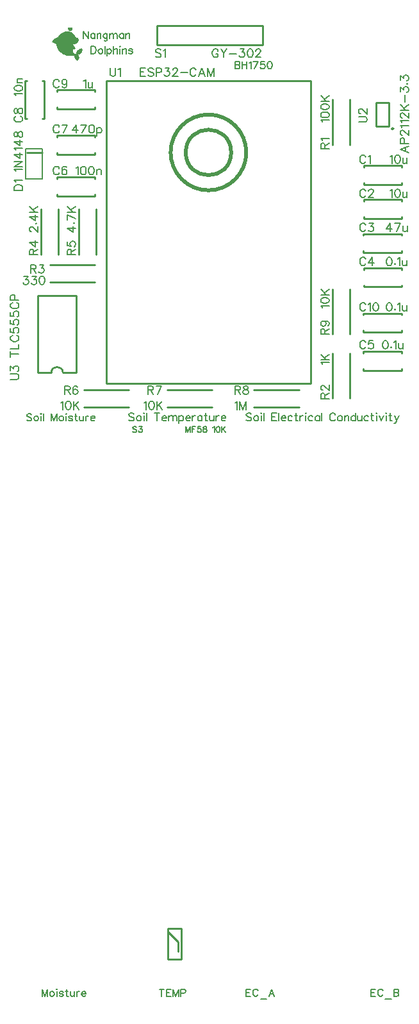
<source format=gto>
G04 Layer: TopSilkscreenLayer*
G04 EasyEDA v6.5.46, 2025-07-26 15:58:12*
G04 6a7e19aa2f684b7bb05dc37647730589,ba325f3f76be48ccbdad7cc867071ff5,10*
G04 Gerber Generator version 0.2*
G04 Scale: 100 percent, Rotated: No, Reflected: No *
G04 Dimensions in millimeters *
G04 leading zeros omitted , absolute positions ,4 integer and 5 decimal *
%FSLAX45Y45*%
%MOMM*%

%ADD10C,0.2032*%
%ADD11C,0.1524*%
%ADD12C,0.2540*%
%ADD13C,0.2000*%
%ADD14C,0.5000*%
%ADD15C,0.0146*%

%LPD*%
G36*
X851458Y-49479D02*
G01*
X849325Y-50241D01*
X845819Y-52069D01*
X842467Y-55372D01*
X840689Y-59080D01*
X840435Y-65125D01*
X841400Y-68986D01*
X845007Y-75438D01*
X848360Y-80314D01*
X853287Y-85801D01*
X859282Y-90779D01*
X868629Y-97129D01*
X871677Y-97993D01*
X876706Y-96113D01*
X881075Y-93827D01*
X885342Y-90881D01*
X890524Y-86563D01*
X895858Y-81127D01*
X900074Y-76200D01*
X902106Y-72593D01*
X903630Y-68122D01*
X904240Y-63347D01*
X903630Y-59385D01*
X901801Y-55778D01*
X898601Y-52374D01*
X894943Y-50596D01*
X890016Y-49733D01*
X885139Y-50393D01*
X880364Y-52933D01*
X877316Y-55016D01*
X874420Y-58115D01*
X872794Y-60960D01*
X871778Y-60960D01*
X871423Y-59131D01*
X870610Y-57556D01*
X865073Y-52730D01*
X860247Y-50393D01*
X856640Y-49479D01*
G37*
G36*
X832459Y-102057D02*
G01*
X824026Y-102565D01*
X810717Y-104444D01*
X802284Y-106172D01*
X790498Y-109423D01*
X785926Y-110896D01*
X774649Y-115519D01*
X767791Y-118922D01*
X759561Y-123596D01*
X754481Y-126847D01*
X749046Y-130759D01*
X741070Y-136956D01*
X727405Y-150774D01*
X722630Y-156565D01*
X713282Y-169875D01*
X711606Y-173888D01*
X708507Y-176885D01*
X707136Y-177596D01*
X692404Y-182930D01*
X681177Y-188264D01*
X675030Y-191617D01*
X664819Y-198577D01*
X660450Y-201980D01*
X648716Y-213512D01*
X642264Y-221691D01*
X638454Y-227685D01*
X635914Y-233222D01*
X634644Y-236575D01*
X633628Y-241249D01*
X634034Y-244500D01*
X635203Y-246888D01*
X639419Y-249428D01*
X655167Y-252729D01*
X662940Y-255168D01*
X667512Y-257048D01*
X672134Y-259537D01*
X681532Y-266090D01*
X682498Y-266547D01*
X682548Y-267716D01*
X686104Y-270611D01*
X692150Y-277317D01*
X694182Y-288594D01*
X698398Y-304850D01*
X700379Y-311048D01*
X705307Y-323138D01*
X711149Y-334568D01*
X714756Y-340614D01*
X719226Y-347522D01*
X723595Y-353517D01*
X730808Y-362305D01*
X736955Y-368909D01*
X748487Y-379730D01*
X754532Y-384606D01*
X762965Y-390855D01*
X770331Y-395782D01*
X777951Y-400304D01*
X787146Y-405130D01*
X796848Y-409600D01*
X806348Y-413410D01*
X814578Y-416356D01*
X827430Y-420319D01*
X842721Y-423722D01*
X852271Y-425196D01*
X869594Y-427024D01*
X892352Y-427024D01*
X909421Y-424688D01*
X919937Y-422300D01*
X934110Y-417982D01*
X931976Y-423875D01*
X930910Y-427888D01*
X929894Y-435609D01*
X930452Y-441451D01*
X931671Y-446227D01*
X933907Y-451510D01*
X938377Y-458165D01*
X948080Y-467868D01*
X951179Y-471982D01*
X953769Y-476961D01*
X956665Y-485393D01*
X957326Y-486765D01*
X959662Y-488594D01*
X962304Y-489508D01*
X966317Y-488289D01*
X969670Y-486105D01*
X972972Y-483565D01*
X977950Y-478688D01*
X982319Y-473049D01*
X985875Y-467410D01*
X988821Y-460298D01*
X990600Y-453694D01*
X991514Y-447598D01*
X991514Y-439267D01*
X990549Y-432460D01*
X988568Y-426415D01*
X984808Y-418947D01*
X980846Y-413613D01*
X975766Y-408279D01*
X982624Y-407619D01*
X988517Y-406247D01*
X995171Y-403860D01*
X1002639Y-400202D01*
X1008329Y-396494D01*
X1014730Y-391058D01*
X1020876Y-383895D01*
X1024686Y-378206D01*
X1027582Y-373126D01*
X1030782Y-363982D01*
X1032408Y-357327D01*
X1033322Y-352094D01*
X1033627Y-340918D01*
X1032357Y-331927D01*
X1031494Y-328066D01*
X1029969Y-324916D01*
X1026820Y-322122D01*
X1025144Y-322122D01*
X1016050Y-329285D01*
X1010564Y-332181D01*
X1003553Y-334822D01*
X989482Y-339547D01*
X983284Y-341934D01*
X975969Y-345948D01*
X971346Y-349046D01*
X967841Y-351739D01*
X963523Y-357225D01*
X959510Y-363474D01*
X957478Y-368300D01*
X955446Y-375056D01*
X953109Y-384200D01*
X951433Y-389483D01*
X949706Y-393192D01*
X948842Y-394462D01*
X946505Y-395579D01*
X943559Y-396138D01*
X937615Y-395478D01*
X927404Y-390702D01*
X922426Y-387299D01*
X921410Y-386943D01*
X921410Y-385673D01*
X918464Y-382828D01*
X914908Y-377748D01*
X912368Y-372668D01*
X910336Y-366725D01*
X908507Y-355244D01*
X908761Y-334619D01*
X909218Y-333298D01*
X911555Y-335381D01*
X918616Y-338734D01*
X924204Y-340258D01*
X931214Y-340563D01*
X934618Y-339293D01*
X937564Y-336905D01*
X939495Y-333756D01*
X940765Y-328879D01*
X940460Y-322275D01*
X937768Y-313385D01*
X934161Y-305308D01*
X930859Y-299415D01*
X926744Y-293370D01*
X922121Y-287375D01*
X911758Y-275640D01*
X925068Y-272389D01*
X935736Y-268833D01*
X942136Y-266192D01*
X948944Y-262890D01*
X953922Y-259943D01*
X958799Y-256641D01*
X961847Y-254304D01*
X971143Y-245059D01*
X973886Y-242011D01*
X980084Y-233222D01*
X983030Y-226263D01*
X985316Y-219252D01*
X986383Y-212039D01*
X986332Y-206908D01*
X984148Y-200914D01*
X981760Y-196646D01*
X979068Y-193141D01*
X975969Y-190500D01*
X972667Y-188163D01*
X966266Y-184912D01*
X960678Y-183235D01*
X953668Y-182016D01*
X944930Y-181914D01*
X943610Y-182676D01*
X943508Y-179578D01*
X942594Y-173634D01*
X941069Y-167944D01*
X939342Y-163118D01*
X937158Y-158089D01*
X932180Y-148945D01*
X926185Y-140817D01*
X922629Y-136601D01*
X913282Y-127914D01*
X910386Y-125526D01*
X904595Y-121361D01*
X898245Y-117500D01*
X889558Y-112979D01*
X881887Y-109778D01*
X874420Y-107238D01*
X867714Y-105511D01*
X860755Y-104089D01*
X854405Y-103174D01*
X845616Y-102311D01*
G37*
D10*
X1049997Y-99060D02*
G01*
X1049997Y-194563D01*
X1049997Y-99060D02*
G01*
X1113751Y-194563D01*
X1113751Y-99060D02*
G01*
X1113751Y-194563D01*
X1198079Y-130810D02*
G01*
X1198079Y-194563D01*
X1198079Y-144526D02*
G01*
X1189189Y-135381D01*
X1180045Y-130810D01*
X1166329Y-130810D01*
X1157185Y-135381D01*
X1148295Y-144526D01*
X1143723Y-158242D01*
X1143723Y-167386D01*
X1148295Y-180847D01*
X1157185Y-189992D01*
X1166329Y-194563D01*
X1180045Y-194563D01*
X1189189Y-189992D01*
X1198079Y-180847D01*
X1228305Y-130810D02*
G01*
X1228305Y-194563D01*
X1228305Y-149097D02*
G01*
X1241767Y-135381D01*
X1250911Y-130810D01*
X1264627Y-130810D01*
X1273517Y-135381D01*
X1278089Y-149097D01*
X1278089Y-194563D01*
X1362671Y-130810D02*
G01*
X1362671Y-203707D01*
X1358099Y-217170D01*
X1353527Y-221742D01*
X1344637Y-226313D01*
X1330921Y-226313D01*
X1321777Y-221742D01*
X1362671Y-144526D02*
G01*
X1353527Y-135381D01*
X1344637Y-130810D01*
X1330921Y-130810D01*
X1321777Y-135381D01*
X1312633Y-144526D01*
X1308061Y-158242D01*
X1308061Y-167386D01*
X1312633Y-180847D01*
X1321777Y-189992D01*
X1330921Y-194563D01*
X1344637Y-194563D01*
X1353527Y-189992D01*
X1362671Y-180847D01*
X1392643Y-130810D02*
G01*
X1392643Y-194563D01*
X1392643Y-149097D02*
G01*
X1406359Y-135381D01*
X1415503Y-130810D01*
X1428965Y-130810D01*
X1438109Y-135381D01*
X1442681Y-149097D01*
X1442681Y-194563D01*
X1442681Y-149097D02*
G01*
X1456397Y-135381D01*
X1465541Y-130810D01*
X1479003Y-130810D01*
X1488147Y-135381D01*
X1492719Y-149097D01*
X1492719Y-194563D01*
X1577301Y-130810D02*
G01*
X1577301Y-194563D01*
X1577301Y-144526D02*
G01*
X1568157Y-135381D01*
X1559013Y-130810D01*
X1545551Y-130810D01*
X1536407Y-135381D01*
X1527263Y-144526D01*
X1522691Y-158242D01*
X1522691Y-167386D01*
X1527263Y-180847D01*
X1536407Y-189992D01*
X1545551Y-194563D01*
X1559013Y-194563D01*
X1568157Y-189992D01*
X1577301Y-180847D01*
X1607273Y-130810D02*
G01*
X1607273Y-194563D01*
X1607273Y-149097D02*
G01*
X1620989Y-135381D01*
X1629879Y-130810D01*
X1643595Y-130810D01*
X1652739Y-135381D01*
X1657311Y-149097D01*
X1657311Y-194563D01*
X363651Y-5162842D02*
G01*
X354507Y-5153698D01*
X340791Y-5149126D01*
X322757Y-5149126D01*
X309041Y-5153698D01*
X299897Y-5162842D01*
X299897Y-5171732D01*
X304469Y-5180876D01*
X309041Y-5185448D01*
X318185Y-5190020D01*
X345363Y-5199164D01*
X354507Y-5203736D01*
X359079Y-5208054D01*
X363651Y-5217198D01*
X363651Y-5230914D01*
X354507Y-5240058D01*
X340791Y-5244630D01*
X322757Y-5244630D01*
X309041Y-5240058D01*
X299897Y-5230914D01*
X416483Y-5180876D02*
G01*
X407339Y-5185448D01*
X398195Y-5194592D01*
X393623Y-5208054D01*
X393623Y-5217198D01*
X398195Y-5230914D01*
X407339Y-5240058D01*
X416483Y-5244630D01*
X429945Y-5244630D01*
X439089Y-5240058D01*
X448233Y-5230914D01*
X452805Y-5217198D01*
X452805Y-5208054D01*
X448233Y-5194592D01*
X439089Y-5185448D01*
X429945Y-5180876D01*
X416483Y-5180876D01*
X482777Y-5149126D02*
G01*
X487349Y-5153698D01*
X491921Y-5149126D01*
X487349Y-5144554D01*
X482777Y-5149126D01*
X487349Y-5180876D02*
G01*
X487349Y-5244630D01*
X521893Y-5149126D02*
G01*
X521893Y-5244630D01*
X621715Y-5149126D02*
G01*
X621715Y-5244630D01*
X621715Y-5149126D02*
G01*
X658291Y-5244630D01*
X694613Y-5149126D02*
G01*
X658291Y-5244630D01*
X694613Y-5149126D02*
G01*
X694613Y-5244630D01*
X747191Y-5180876D02*
G01*
X738301Y-5185448D01*
X729157Y-5194592D01*
X724585Y-5208054D01*
X724585Y-5217198D01*
X729157Y-5230914D01*
X738301Y-5240058D01*
X747191Y-5244630D01*
X760907Y-5244630D01*
X770051Y-5240058D01*
X779195Y-5230914D01*
X783513Y-5217198D01*
X783513Y-5208054D01*
X779195Y-5194592D01*
X770051Y-5185448D01*
X760907Y-5180876D01*
X747191Y-5180876D01*
X813739Y-5149126D02*
G01*
X818057Y-5153698D01*
X822629Y-5149126D01*
X818057Y-5144554D01*
X813739Y-5149126D01*
X818057Y-5180876D02*
G01*
X818057Y-5244630D01*
X902639Y-5194592D02*
G01*
X898067Y-5185448D01*
X884605Y-5180876D01*
X870889Y-5180876D01*
X857173Y-5185448D01*
X852601Y-5194592D01*
X857173Y-5203736D01*
X866317Y-5208054D01*
X889177Y-5212626D01*
X898067Y-5217198D01*
X902639Y-5226342D01*
X902639Y-5230914D01*
X898067Y-5240058D01*
X884605Y-5244630D01*
X870889Y-5244630D01*
X857173Y-5240058D01*
X852601Y-5230914D01*
X946327Y-5149126D02*
G01*
X946327Y-5226342D01*
X950899Y-5240058D01*
X960043Y-5244630D01*
X969187Y-5244630D01*
X932611Y-5180876D02*
G01*
X964615Y-5180876D01*
X999159Y-5180876D02*
G01*
X999159Y-5226342D01*
X1003731Y-5240058D01*
X1012621Y-5244630D01*
X1026337Y-5244630D01*
X1035481Y-5240058D01*
X1049197Y-5226342D01*
X1049197Y-5180876D02*
G01*
X1049197Y-5244630D01*
X1079169Y-5180876D02*
G01*
X1079169Y-5244630D01*
X1079169Y-5208054D02*
G01*
X1083741Y-5194592D01*
X1092631Y-5185448D01*
X1101775Y-5180876D01*
X1115491Y-5180876D01*
X1145463Y-5208054D02*
G01*
X1200073Y-5208054D01*
X1200073Y-5199164D01*
X1195501Y-5190020D01*
X1190929Y-5185448D01*
X1181785Y-5180876D01*
X1168069Y-5180876D01*
X1159179Y-5185448D01*
X1150035Y-5194592D01*
X1145463Y-5208054D01*
X1145463Y-5217198D01*
X1150035Y-5230914D01*
X1159179Y-5240058D01*
X1168069Y-5244630D01*
X1181785Y-5244630D01*
X1190929Y-5240058D01*
X1200073Y-5230914D01*
X3266693Y-5158270D02*
G01*
X3257295Y-5148872D01*
X3243072Y-5144046D01*
X3223768Y-5144046D01*
X3209543Y-5148872D01*
X3199891Y-5158270D01*
X3199891Y-5167922D01*
X3204718Y-5177320D01*
X3209543Y-5182146D01*
X3219195Y-5186972D01*
X3247643Y-5196624D01*
X3257295Y-5201196D01*
X3262122Y-5206022D01*
X3266693Y-5215674D01*
X3266693Y-5229898D01*
X3257295Y-5239550D01*
X3243072Y-5244376D01*
X3223768Y-5244376D01*
X3209543Y-5239550D01*
X3199891Y-5229898D01*
X3322065Y-5177320D02*
G01*
X3312668Y-5182146D01*
X3303015Y-5191798D01*
X3298190Y-5206022D01*
X3298190Y-5215674D01*
X3303015Y-5229898D01*
X3312668Y-5239550D01*
X3322065Y-5244376D01*
X3336543Y-5244376D01*
X3345941Y-5239550D01*
X3355593Y-5229898D01*
X3360420Y-5215674D01*
X3360420Y-5206022D01*
X3355593Y-5191798D01*
X3345941Y-5182146D01*
X3336543Y-5177320D01*
X3322065Y-5177320D01*
X3391915Y-5144046D02*
G01*
X3396741Y-5148872D01*
X3401313Y-5144046D01*
X3396741Y-5139220D01*
X3391915Y-5144046D01*
X3396741Y-5177320D02*
G01*
X3396741Y-5244376D01*
X3432809Y-5144046D02*
G01*
X3432809Y-5244376D01*
X3537965Y-5144046D02*
G01*
X3537965Y-5244376D01*
X3537965Y-5144046D02*
G01*
X3599941Y-5144046D01*
X3537965Y-5191798D02*
G01*
X3576065Y-5191798D01*
X3537965Y-5244376D02*
G01*
X3599941Y-5244376D01*
X3631438Y-5144046D02*
G01*
X3631438Y-5244376D01*
X3662934Y-5206022D02*
G01*
X3720338Y-5206022D01*
X3720338Y-5196624D01*
X3715511Y-5186972D01*
X3710686Y-5182146D01*
X3701034Y-5177320D01*
X3686809Y-5177320D01*
X3677158Y-5182146D01*
X3667759Y-5191798D01*
X3662934Y-5206022D01*
X3662934Y-5215674D01*
X3667759Y-5229898D01*
X3677158Y-5239550D01*
X3686809Y-5244376D01*
X3701034Y-5244376D01*
X3710686Y-5239550D01*
X3720338Y-5229898D01*
X3808984Y-5191798D02*
G01*
X3799331Y-5182146D01*
X3789934Y-5177320D01*
X3775709Y-5177320D01*
X3766058Y-5182146D01*
X3756406Y-5191798D01*
X3751834Y-5206022D01*
X3751834Y-5215674D01*
X3756406Y-5229898D01*
X3766058Y-5239550D01*
X3775709Y-5244376D01*
X3789934Y-5244376D01*
X3799331Y-5239550D01*
X3808984Y-5229898D01*
X3854704Y-5144046D02*
G01*
X3854704Y-5225072D01*
X3859529Y-5239550D01*
X3869181Y-5244376D01*
X3878579Y-5244376D01*
X3840479Y-5177320D02*
G01*
X3874008Y-5177320D01*
X3910075Y-5177320D02*
G01*
X3910075Y-5244376D01*
X3910075Y-5206022D02*
G01*
X3914902Y-5191798D01*
X3924554Y-5182146D01*
X3933952Y-5177320D01*
X3948429Y-5177320D01*
X3979925Y-5144046D02*
G01*
X3984752Y-5148872D01*
X3989324Y-5144046D01*
X3984752Y-5139220D01*
X3979925Y-5144046D01*
X3984752Y-5177320D02*
G01*
X3984752Y-5244376D01*
X4078224Y-5191798D02*
G01*
X4068572Y-5182146D01*
X4059174Y-5177320D01*
X4044695Y-5177320D01*
X4035297Y-5182146D01*
X4025645Y-5191798D01*
X4020820Y-5206022D01*
X4020820Y-5215674D01*
X4025645Y-5229898D01*
X4035297Y-5239550D01*
X4044695Y-5244376D01*
X4059174Y-5244376D01*
X4068572Y-5239550D01*
X4078224Y-5229898D01*
X4166870Y-5177320D02*
G01*
X4166870Y-5244376D01*
X4166870Y-5191798D02*
G01*
X4157472Y-5182146D01*
X4147820Y-5177320D01*
X4133595Y-5177320D01*
X4123943Y-5182146D01*
X4114545Y-5191798D01*
X4109720Y-5206022D01*
X4109720Y-5215674D01*
X4114545Y-5229898D01*
X4123943Y-5239550D01*
X4133595Y-5244376D01*
X4147820Y-5244376D01*
X4157472Y-5239550D01*
X4166870Y-5229898D01*
X4198365Y-5144046D02*
G01*
X4198365Y-5244376D01*
X4375150Y-5167922D02*
G01*
X4370324Y-5158270D01*
X4360672Y-5148872D01*
X4351274Y-5144046D01*
X4331970Y-5144046D01*
X4322572Y-5148872D01*
X4312920Y-5158270D01*
X4308093Y-5167922D01*
X4303522Y-5182146D01*
X4303522Y-5206022D01*
X4308093Y-5220500D01*
X4312920Y-5229898D01*
X4322572Y-5239550D01*
X4331970Y-5244376D01*
X4351274Y-5244376D01*
X4360672Y-5239550D01*
X4370324Y-5229898D01*
X4375150Y-5220500D01*
X4430522Y-5177320D02*
G01*
X4420870Y-5182146D01*
X4411218Y-5191798D01*
X4406645Y-5206022D01*
X4406645Y-5215674D01*
X4411218Y-5229898D01*
X4420870Y-5239550D01*
X4430522Y-5244376D01*
X4444745Y-5244376D01*
X4454143Y-5239550D01*
X4463795Y-5229898D01*
X4468622Y-5215674D01*
X4468622Y-5206022D01*
X4463795Y-5191798D01*
X4454143Y-5182146D01*
X4444745Y-5177320D01*
X4430522Y-5177320D01*
X4500118Y-5177320D02*
G01*
X4500118Y-5244376D01*
X4500118Y-5196624D02*
G01*
X4514341Y-5182146D01*
X4523993Y-5177320D01*
X4538218Y-5177320D01*
X4547870Y-5182146D01*
X4552695Y-5196624D01*
X4552695Y-5244376D01*
X4641341Y-5144046D02*
G01*
X4641341Y-5244376D01*
X4641341Y-5191798D02*
G01*
X4631690Y-5182146D01*
X4622291Y-5177320D01*
X4608068Y-5177320D01*
X4598415Y-5182146D01*
X4588763Y-5191798D01*
X4584191Y-5206022D01*
X4584191Y-5215674D01*
X4588763Y-5229898D01*
X4598415Y-5239550D01*
X4608068Y-5244376D01*
X4622291Y-5244376D01*
X4631690Y-5239550D01*
X4641341Y-5229898D01*
X4672838Y-5177320D02*
G01*
X4672838Y-5225072D01*
X4677663Y-5239550D01*
X4687061Y-5244376D01*
X4701540Y-5244376D01*
X4710938Y-5239550D01*
X4725415Y-5225072D01*
X4725415Y-5177320D02*
G01*
X4725415Y-5244376D01*
X4814061Y-5191798D02*
G01*
X4804663Y-5182146D01*
X4795011Y-5177320D01*
X4780788Y-5177320D01*
X4771136Y-5182146D01*
X4761738Y-5191798D01*
X4756911Y-5206022D01*
X4756911Y-5215674D01*
X4761738Y-5229898D01*
X4771136Y-5239550D01*
X4780788Y-5244376D01*
X4795011Y-5244376D01*
X4804663Y-5239550D01*
X4814061Y-5229898D01*
X4860036Y-5144046D02*
G01*
X4860036Y-5225072D01*
X4864608Y-5239550D01*
X4874259Y-5244376D01*
X4883911Y-5244376D01*
X4845558Y-5177320D02*
G01*
X4879086Y-5177320D01*
X4915408Y-5144046D02*
G01*
X4919979Y-5148872D01*
X4924806Y-5144046D01*
X4919979Y-5139220D01*
X4915408Y-5144046D01*
X4919979Y-5177320D02*
G01*
X4919979Y-5244376D01*
X4956302Y-5177320D02*
G01*
X4985004Y-5244376D01*
X5013706Y-5177320D02*
G01*
X4985004Y-5244376D01*
X5045202Y-5144046D02*
G01*
X5049774Y-5148872D01*
X5054600Y-5144046D01*
X5049774Y-5139220D01*
X5045202Y-5144046D01*
X5049774Y-5177320D02*
G01*
X5049774Y-5244376D01*
X5100574Y-5144046D02*
G01*
X5100574Y-5225072D01*
X5105145Y-5239550D01*
X5114797Y-5244376D01*
X5124450Y-5244376D01*
X5086095Y-5177320D02*
G01*
X5119624Y-5177320D01*
X5160518Y-5177320D02*
G01*
X5189220Y-5244376D01*
X5217922Y-5177320D02*
G01*
X5189220Y-5244376D01*
X5179822Y-5263426D01*
X5170170Y-5272824D01*
X5160518Y-5277650D01*
X5155945Y-5277650D01*
X1150073Y-299173D02*
G01*
X1150073Y-394423D01*
X1150073Y-299173D02*
G01*
X1181823Y-299173D01*
X1195539Y-303745D01*
X1204429Y-312635D01*
X1209001Y-321779D01*
X1213573Y-335495D01*
X1213573Y-358101D01*
X1209001Y-371817D01*
X1204429Y-380961D01*
X1195539Y-390105D01*
X1181823Y-394423D01*
X1150073Y-394423D01*
X1266405Y-330923D02*
G01*
X1257261Y-335495D01*
X1248117Y-344639D01*
X1243545Y-358101D01*
X1243545Y-367245D01*
X1248117Y-380961D01*
X1257261Y-390105D01*
X1266405Y-394423D01*
X1280121Y-394423D01*
X1289011Y-390105D01*
X1298155Y-380961D01*
X1302727Y-367245D01*
X1302727Y-358101D01*
X1298155Y-344639D01*
X1289011Y-335495D01*
X1280121Y-330923D01*
X1266405Y-330923D01*
X1332699Y-299173D02*
G01*
X1332699Y-394423D01*
X1362671Y-330923D02*
G01*
X1362671Y-426427D01*
X1362671Y-344639D02*
G01*
X1371815Y-335495D01*
X1380959Y-330923D01*
X1394421Y-330923D01*
X1403565Y-335495D01*
X1412709Y-344639D01*
X1417281Y-358101D01*
X1417281Y-367245D01*
X1412709Y-380961D01*
X1403565Y-390105D01*
X1394421Y-394423D01*
X1380959Y-394423D01*
X1371815Y-390105D01*
X1362671Y-380961D01*
X1447253Y-299173D02*
G01*
X1447253Y-394423D01*
X1447253Y-349211D02*
G01*
X1460969Y-335495D01*
X1470113Y-330923D01*
X1483575Y-330923D01*
X1492719Y-335495D01*
X1497291Y-349211D01*
X1497291Y-394423D01*
X1527263Y-299173D02*
G01*
X1531835Y-303745D01*
X1536407Y-299173D01*
X1531835Y-294601D01*
X1527263Y-299173D01*
X1531835Y-330923D02*
G01*
X1531835Y-394423D01*
X1566379Y-330923D02*
G01*
X1566379Y-394423D01*
X1566379Y-349211D02*
G01*
X1580095Y-335495D01*
X1588985Y-330923D01*
X1602701Y-330923D01*
X1611845Y-335495D01*
X1616417Y-349211D01*
X1616417Y-394423D01*
X1696427Y-344639D02*
G01*
X1691855Y-335495D01*
X1678139Y-330923D01*
X1664423Y-330923D01*
X1650961Y-335495D01*
X1646389Y-344639D01*
X1650961Y-353529D01*
X1660105Y-358101D01*
X1682711Y-362673D01*
X1691855Y-367245D01*
X1696427Y-376389D01*
X1696427Y-380961D01*
X1691855Y-390105D01*
X1678139Y-394423D01*
X1664423Y-394423D01*
X1650961Y-390105D01*
X1646389Y-380961D01*
X1716824Y-5158244D02*
G01*
X1707172Y-5148846D01*
X1692948Y-5144020D01*
X1673898Y-5144020D01*
X1659420Y-5148846D01*
X1650022Y-5158244D01*
X1650022Y-5167896D01*
X1654848Y-5177548D01*
X1659420Y-5182120D01*
X1669072Y-5186946D01*
X1697774Y-5196598D01*
X1707172Y-5201424D01*
X1711998Y-5205996D01*
X1716824Y-5215648D01*
X1716824Y-5229872D01*
X1707172Y-5239524D01*
X1692948Y-5244350D01*
X1673898Y-5244350D01*
X1659420Y-5239524D01*
X1650022Y-5229872D01*
X1772196Y-5177548D02*
G01*
X1762544Y-5182120D01*
X1753146Y-5191772D01*
X1748320Y-5205996D01*
X1748320Y-5215648D01*
X1753146Y-5229872D01*
X1762544Y-5239524D01*
X1772196Y-5244350D01*
X1786420Y-5244350D01*
X1796072Y-5239524D01*
X1805470Y-5229872D01*
X1810296Y-5215648D01*
X1810296Y-5205996D01*
X1805470Y-5191772D01*
X1796072Y-5182120D01*
X1786420Y-5177548D01*
X1772196Y-5177548D01*
X1841792Y-5144020D02*
G01*
X1846618Y-5148846D01*
X1851444Y-5144020D01*
X1846618Y-5139194D01*
X1841792Y-5144020D01*
X1846618Y-5177548D02*
G01*
X1846618Y-5244350D01*
X1882940Y-5144020D02*
G01*
X1882940Y-5244350D01*
X2021370Y-5144020D02*
G01*
X2021370Y-5244350D01*
X1987842Y-5144020D02*
G01*
X2054644Y-5144020D01*
X2086140Y-5205996D02*
G01*
X2143544Y-5205996D01*
X2143544Y-5196598D01*
X2138718Y-5186946D01*
X2133892Y-5182120D01*
X2124494Y-5177548D01*
X2110016Y-5177548D01*
X2100618Y-5182120D01*
X2090966Y-5191772D01*
X2086140Y-5205996D01*
X2086140Y-5215648D01*
X2090966Y-5229872D01*
X2100618Y-5239524D01*
X2110016Y-5244350D01*
X2124494Y-5244350D01*
X2133892Y-5239524D01*
X2143544Y-5229872D01*
X2175040Y-5177548D02*
G01*
X2175040Y-5244350D01*
X2175040Y-5196598D02*
G01*
X2189264Y-5182120D01*
X2198916Y-5177548D01*
X2213140Y-5177548D01*
X2222792Y-5182120D01*
X2227618Y-5196598D01*
X2227618Y-5244350D01*
X2227618Y-5196598D02*
G01*
X2241842Y-5182120D01*
X2251240Y-5177548D01*
X2265718Y-5177548D01*
X2275116Y-5182120D01*
X2279942Y-5196598D01*
X2279942Y-5244350D01*
X2311438Y-5177548D02*
G01*
X2311438Y-5277624D01*
X2311438Y-5191772D02*
G01*
X2321090Y-5182120D01*
X2330488Y-5177548D01*
X2344966Y-5177548D01*
X2354364Y-5182120D01*
X2364016Y-5191772D01*
X2368842Y-5205996D01*
X2368842Y-5215648D01*
X2364016Y-5229872D01*
X2354364Y-5239524D01*
X2344966Y-5244350D01*
X2330488Y-5244350D01*
X2321090Y-5239524D01*
X2311438Y-5229872D01*
X2400338Y-5205996D02*
G01*
X2457488Y-5205996D01*
X2457488Y-5196598D01*
X2452662Y-5186946D01*
X2448090Y-5182120D01*
X2438438Y-5177548D01*
X2424214Y-5177548D01*
X2414562Y-5182120D01*
X2405164Y-5191772D01*
X2400338Y-5205996D01*
X2400338Y-5215648D01*
X2405164Y-5229872D01*
X2414562Y-5239524D01*
X2424214Y-5244350D01*
X2438438Y-5244350D01*
X2448090Y-5239524D01*
X2457488Y-5229872D01*
X2488984Y-5177548D02*
G01*
X2488984Y-5244350D01*
X2488984Y-5205996D02*
G01*
X2493810Y-5191772D01*
X2503462Y-5182120D01*
X2512860Y-5177548D01*
X2527338Y-5177548D01*
X2615984Y-5177548D02*
G01*
X2615984Y-5244350D01*
X2615984Y-5191772D02*
G01*
X2606332Y-5182120D01*
X2596934Y-5177548D01*
X2582710Y-5177548D01*
X2573058Y-5182120D01*
X2563406Y-5191772D01*
X2558834Y-5205996D01*
X2558834Y-5215648D01*
X2563406Y-5229872D01*
X2573058Y-5239524D01*
X2582710Y-5244350D01*
X2596934Y-5244350D01*
X2606332Y-5239524D01*
X2615984Y-5229872D01*
X2661704Y-5144020D02*
G01*
X2661704Y-5225046D01*
X2666530Y-5239524D01*
X2676182Y-5244350D01*
X2685580Y-5244350D01*
X2647480Y-5177548D02*
G01*
X2681008Y-5177548D01*
X2717076Y-5177548D02*
G01*
X2717076Y-5225046D01*
X2721902Y-5239524D01*
X2731554Y-5244350D01*
X2745778Y-5244350D01*
X2755430Y-5239524D01*
X2769654Y-5225046D01*
X2769654Y-5177548D02*
G01*
X2769654Y-5244350D01*
X2801150Y-5177548D02*
G01*
X2801150Y-5244350D01*
X2801150Y-5205996D02*
G01*
X2805976Y-5191772D01*
X2815374Y-5182120D01*
X2825026Y-5177548D01*
X2839250Y-5177548D01*
X2870746Y-5205996D02*
G01*
X2928150Y-5205996D01*
X2928150Y-5196598D01*
X2923324Y-5186946D01*
X2918498Y-5182120D01*
X2909100Y-5177548D01*
X2894622Y-5177548D01*
X2885224Y-5182120D01*
X2875572Y-5191772D01*
X2870746Y-5205996D01*
X2870746Y-5215648D01*
X2875572Y-5229872D01*
X2885224Y-5239524D01*
X2894622Y-5244350D01*
X2909100Y-5244350D01*
X2918498Y-5239524D01*
X2928150Y-5229872D01*
X499988Y-12749034D02*
G01*
X499988Y-12844538D01*
X499988Y-12749034D02*
G01*
X536310Y-12844538D01*
X572632Y-12749034D02*
G01*
X536310Y-12844538D01*
X572632Y-12749034D02*
G01*
X572632Y-12844538D01*
X625464Y-12780784D02*
G01*
X616320Y-12785356D01*
X607176Y-12794500D01*
X602604Y-12808216D01*
X602604Y-12817360D01*
X607176Y-12830822D01*
X616320Y-12839966D01*
X625464Y-12844538D01*
X639180Y-12844538D01*
X648070Y-12839966D01*
X657214Y-12830822D01*
X661786Y-12817360D01*
X661786Y-12808216D01*
X657214Y-12794500D01*
X648070Y-12785356D01*
X639180Y-12780784D01*
X625464Y-12780784D01*
X691758Y-12749034D02*
G01*
X696330Y-12753606D01*
X700902Y-12749034D01*
X696330Y-12744462D01*
X691758Y-12749034D01*
X696330Y-12780784D02*
G01*
X696330Y-12844538D01*
X780912Y-12794500D02*
G01*
X776340Y-12785356D01*
X762624Y-12780784D01*
X749162Y-12780784D01*
X735446Y-12785356D01*
X730874Y-12794500D01*
X735446Y-12803644D01*
X744590Y-12808216D01*
X767196Y-12812788D01*
X776340Y-12817360D01*
X780912Y-12826250D01*
X780912Y-12830822D01*
X776340Y-12839966D01*
X762624Y-12844538D01*
X749162Y-12844538D01*
X735446Y-12839966D01*
X730874Y-12830822D01*
X824600Y-12749034D02*
G01*
X824600Y-12826250D01*
X829172Y-12839966D01*
X838062Y-12844538D01*
X847206Y-12844538D01*
X810884Y-12780784D02*
G01*
X842634Y-12780784D01*
X877178Y-12780784D02*
G01*
X877178Y-12826250D01*
X881750Y-12839966D01*
X890894Y-12844538D01*
X904610Y-12844538D01*
X913754Y-12839966D01*
X927216Y-12826250D01*
X927216Y-12780784D02*
G01*
X927216Y-12844538D01*
X957188Y-12780784D02*
G01*
X957188Y-12844538D01*
X957188Y-12808216D02*
G01*
X961760Y-12794500D01*
X970904Y-12785356D01*
X980048Y-12780784D01*
X993510Y-12780784D01*
X1023736Y-12808216D02*
G01*
X1078092Y-12808216D01*
X1078092Y-12799072D01*
X1073520Y-12789928D01*
X1069202Y-12785356D01*
X1060058Y-12780784D01*
X1046342Y-12780784D01*
X1037198Y-12785356D01*
X1028054Y-12794500D01*
X1023736Y-12808216D01*
X1023736Y-12817360D01*
X1028054Y-12830822D01*
X1037198Y-12839966D01*
X1046342Y-12844538D01*
X1060058Y-12844538D01*
X1069202Y-12839966D01*
X1078092Y-12830822D01*
X3199968Y-12749060D02*
G01*
X3199968Y-12844564D01*
X3199968Y-12749060D02*
G01*
X3259150Y-12749060D01*
X3199968Y-12794526D02*
G01*
X3236290Y-12794526D01*
X3199968Y-12844564D02*
G01*
X3259150Y-12844564D01*
X3357194Y-12771666D02*
G01*
X3352622Y-12762776D01*
X3343732Y-12753632D01*
X3334588Y-12749060D01*
X3316300Y-12749060D01*
X3307156Y-12753632D01*
X3298266Y-12762776D01*
X3293694Y-12771666D01*
X3289122Y-12785382D01*
X3289122Y-12808242D01*
X3293694Y-12821704D01*
X3298266Y-12830848D01*
X3307156Y-12839992D01*
X3316300Y-12844564D01*
X3334588Y-12844564D01*
X3343732Y-12839992D01*
X3352622Y-12830848D01*
X3357194Y-12821704D01*
X3387166Y-12876314D02*
G01*
X3469208Y-12876314D01*
X3535502Y-12749060D02*
G01*
X3499180Y-12844564D01*
X3535502Y-12749060D02*
G01*
X3571824Y-12844564D01*
X3512642Y-12812814D02*
G01*
X3558108Y-12812814D01*
X4849990Y-12749187D02*
G01*
X4849990Y-12844437D01*
X4849990Y-12749187D02*
G01*
X4909172Y-12749187D01*
X4849990Y-12794399D02*
G01*
X4886312Y-12794399D01*
X4849990Y-12844437D02*
G01*
X4909172Y-12844437D01*
X5007216Y-12771793D02*
G01*
X5002644Y-12762649D01*
X4993500Y-12753505D01*
X4984610Y-12749187D01*
X4966322Y-12749187D01*
X4957178Y-12753505D01*
X4948288Y-12762649D01*
X4943716Y-12771793D01*
X4939144Y-12785509D01*
X4939144Y-12808115D01*
X4943716Y-12821831D01*
X4948288Y-12830975D01*
X4957178Y-12839865D01*
X4966322Y-12844437D01*
X4984610Y-12844437D01*
X4993500Y-12839865D01*
X5002644Y-12830975D01*
X5007216Y-12821831D01*
X5037188Y-12876441D02*
G01*
X5118976Y-12876441D01*
X5149202Y-12749187D02*
G01*
X5149202Y-12844437D01*
X5149202Y-12749187D02*
G01*
X5190096Y-12749187D01*
X5203558Y-12753505D01*
X5208130Y-12758077D01*
X5212702Y-12767221D01*
X5212702Y-12776365D01*
X5208130Y-12785509D01*
X5203558Y-12790081D01*
X5190096Y-12794399D01*
X5149202Y-12794399D02*
G01*
X5190096Y-12794399D01*
X5203558Y-12798971D01*
X5208130Y-12803543D01*
X5212702Y-12812687D01*
X5212702Y-12826403D01*
X5208130Y-12835547D01*
X5203558Y-12839865D01*
X5190096Y-12844437D01*
X5149202Y-12844437D01*
X2081745Y-12749085D02*
G01*
X2081745Y-12844589D01*
X2049995Y-12749085D02*
G01*
X2113749Y-12749085D01*
X2143721Y-12749085D02*
G01*
X2143721Y-12844589D01*
X2143721Y-12749085D02*
G01*
X2202649Y-12749085D01*
X2143721Y-12794551D02*
G01*
X2180043Y-12794551D01*
X2143721Y-12844589D02*
G01*
X2202649Y-12844589D01*
X2232621Y-12749085D02*
G01*
X2232621Y-12844589D01*
X2232621Y-12749085D02*
G01*
X2269197Y-12844589D01*
X2305519Y-12749085D02*
G01*
X2269197Y-12844589D01*
X2305519Y-12749085D02*
G01*
X2305519Y-12844589D01*
X2335491Y-12749085D02*
G01*
X2335491Y-12844589D01*
X2335491Y-12749085D02*
G01*
X2376385Y-12749085D01*
X2390101Y-12753657D01*
X2394419Y-12758229D01*
X2398991Y-12767373D01*
X2398991Y-12780835D01*
X2394419Y-12789979D01*
X2390101Y-12794551D01*
X2376385Y-12799123D01*
X2335491Y-12799123D01*
D11*
X2828036Y-360679D02*
G01*
X2822702Y-350265D01*
X2812288Y-339852D01*
X2801874Y-334771D01*
X2781300Y-334771D01*
X2770886Y-339852D01*
X2760472Y-350265D01*
X2755138Y-360679D01*
X2750058Y-376173D01*
X2750058Y-402336D01*
X2755138Y-417829D01*
X2760472Y-428244D01*
X2770886Y-438657D01*
X2781300Y-443737D01*
X2801874Y-443737D01*
X2812288Y-438657D01*
X2822702Y-428244D01*
X2828036Y-417829D01*
X2828036Y-402336D01*
X2801874Y-402336D02*
G01*
X2828036Y-402336D01*
X2862325Y-334771D02*
G01*
X2903727Y-386587D01*
X2903727Y-443737D01*
X2945384Y-334771D02*
G01*
X2903727Y-386587D01*
X2979674Y-397002D02*
G01*
X3073145Y-397002D01*
X3117850Y-334771D02*
G01*
X3175000Y-334771D01*
X3143758Y-376173D01*
X3159506Y-376173D01*
X3169920Y-381507D01*
X3175000Y-386587D01*
X3180079Y-402336D01*
X3180079Y-412495D01*
X3175000Y-428244D01*
X3164586Y-438657D01*
X3149091Y-443737D01*
X3133343Y-443737D01*
X3117850Y-438657D01*
X3112770Y-433323D01*
X3107436Y-422910D01*
X3245611Y-334771D02*
G01*
X3230118Y-339852D01*
X3219704Y-355345D01*
X3214370Y-381507D01*
X3214370Y-397002D01*
X3219704Y-422910D01*
X3230118Y-438657D01*
X3245611Y-443737D01*
X3256025Y-443737D01*
X3271520Y-438657D01*
X3281934Y-422910D01*
X3287268Y-397002D01*
X3287268Y-381507D01*
X3281934Y-355345D01*
X3271520Y-339852D01*
X3256025Y-334771D01*
X3245611Y-334771D01*
X3326638Y-360679D02*
G01*
X3326638Y-355345D01*
X3331972Y-345186D01*
X3337052Y-339852D01*
X3347465Y-334771D01*
X3368293Y-334771D01*
X3378708Y-339852D01*
X3383788Y-345186D01*
X3389122Y-355345D01*
X3389122Y-365760D01*
X3383788Y-376173D01*
X3373374Y-391921D01*
X3321558Y-443737D01*
X3394202Y-443737D01*
X2072640Y-350265D02*
G01*
X2062225Y-339852D01*
X2046731Y-334771D01*
X2025904Y-334771D01*
X2010409Y-339852D01*
X1999995Y-350265D01*
X1999995Y-360679D01*
X2005075Y-371094D01*
X2010409Y-376173D01*
X2020824Y-381507D01*
X2052065Y-391921D01*
X2062225Y-397002D01*
X2067559Y-402336D01*
X2072640Y-412495D01*
X2072640Y-428244D01*
X2062225Y-438657D01*
X2046731Y-443737D01*
X2025904Y-443737D01*
X2010409Y-438657D01*
X1999995Y-428244D01*
X2106929Y-355345D02*
G01*
X2117343Y-350265D01*
X2133091Y-334771D01*
X2133091Y-443737D01*
D10*
X3049968Y-499110D02*
G01*
X3049968Y-594613D01*
X3049968Y-499110D02*
G01*
X3090862Y-499110D01*
X3104578Y-503681D01*
X3109150Y-508254D01*
X3113722Y-517397D01*
X3113722Y-526287D01*
X3109150Y-535431D01*
X3104578Y-540004D01*
X3090862Y-544576D01*
X3049968Y-544576D02*
G01*
X3090862Y-544576D01*
X3104578Y-549147D01*
X3109150Y-553720D01*
X3113722Y-562610D01*
X3113722Y-576326D01*
X3109150Y-585470D01*
X3104578Y-590042D01*
X3090862Y-594613D01*
X3049968Y-594613D01*
X3143694Y-499110D02*
G01*
X3143694Y-594613D01*
X3207194Y-499110D02*
G01*
X3207194Y-594613D01*
X3143694Y-544576D02*
G01*
X3207194Y-544576D01*
X3237166Y-517397D02*
G01*
X3246310Y-512826D01*
X3260026Y-499110D01*
X3260026Y-594613D01*
X3353752Y-499110D02*
G01*
X3308286Y-594613D01*
X3289998Y-499110D02*
G01*
X3353752Y-499110D01*
X3438080Y-499110D02*
G01*
X3392614Y-499110D01*
X3388296Y-540004D01*
X3392614Y-535431D01*
X3406330Y-530860D01*
X3420046Y-530860D01*
X3433508Y-535431D01*
X3442652Y-544576D01*
X3447224Y-558292D01*
X3447224Y-567181D01*
X3442652Y-580897D01*
X3433508Y-590042D01*
X3420046Y-594613D01*
X3406330Y-594613D01*
X3392614Y-590042D01*
X3388296Y-585470D01*
X3383724Y-576326D01*
X3504628Y-499110D02*
G01*
X3490912Y-503681D01*
X3481768Y-517397D01*
X3477196Y-540004D01*
X3477196Y-553720D01*
X3481768Y-576326D01*
X3490912Y-590042D01*
X3504628Y-594613D01*
X3513518Y-594613D01*
X3527234Y-590042D01*
X3536378Y-576326D01*
X3540950Y-553720D01*
X3540950Y-540004D01*
X3536378Y-517397D01*
X3527234Y-503681D01*
X3513518Y-499110D01*
X3504628Y-499110D01*
D11*
X5100015Y-1755432D02*
G01*
X5110429Y-1750352D01*
X5125923Y-1734604D01*
X5125923Y-1843824D01*
X5191455Y-1734604D02*
G01*
X5175961Y-1739938D01*
X5165547Y-1755432D01*
X5160213Y-1781340D01*
X5160213Y-1797088D01*
X5165547Y-1822996D01*
X5175961Y-1838490D01*
X5191455Y-1843824D01*
X5201869Y-1843824D01*
X5217363Y-1838490D01*
X5227777Y-1822996D01*
X5233111Y-1797088D01*
X5233111Y-1781340D01*
X5227777Y-1755432D01*
X5217363Y-1739938D01*
X5201869Y-1734604D01*
X5191455Y-1734604D01*
X5267401Y-1770926D02*
G01*
X5267401Y-1822996D01*
X5272481Y-1838490D01*
X5282895Y-1843824D01*
X5298389Y-1843824D01*
X5308803Y-1838490D01*
X5324551Y-1822996D01*
X5324551Y-1770926D02*
G01*
X5324551Y-1843824D01*
X4777816Y-1760512D02*
G01*
X4772736Y-1750352D01*
X4762322Y-1739938D01*
X4751908Y-1734604D01*
X4731080Y-1734604D01*
X4720666Y-1739938D01*
X4710506Y-1750352D01*
X4705172Y-1760512D01*
X4700092Y-1776260D01*
X4700092Y-1802168D01*
X4705172Y-1817662D01*
X4710506Y-1828076D01*
X4720666Y-1838490D01*
X4731080Y-1843824D01*
X4751908Y-1843824D01*
X4762322Y-1838490D01*
X4772736Y-1828076D01*
X4777816Y-1817662D01*
X4812106Y-1755432D02*
G01*
X4822520Y-1750352D01*
X4838268Y-1734604D01*
X4838268Y-1843824D01*
X5100015Y-2205380D02*
G01*
X5110429Y-2200300D01*
X5125923Y-2184552D01*
X5125923Y-2293772D01*
X5191455Y-2184552D02*
G01*
X5175961Y-2189886D01*
X5165547Y-2205380D01*
X5160213Y-2231542D01*
X5160213Y-2247036D01*
X5165547Y-2272944D01*
X5175961Y-2288692D01*
X5191455Y-2293772D01*
X5201869Y-2293772D01*
X5217363Y-2288692D01*
X5227777Y-2272944D01*
X5233111Y-2247036D01*
X5233111Y-2231542D01*
X5227777Y-2205380D01*
X5217363Y-2189886D01*
X5201869Y-2184552D01*
X5191455Y-2184552D01*
X5267401Y-2221128D02*
G01*
X5267401Y-2272944D01*
X5272481Y-2288692D01*
X5282895Y-2293772D01*
X5298389Y-2293772D01*
X5308803Y-2288692D01*
X5324551Y-2272944D01*
X5324551Y-2221128D02*
G01*
X5324551Y-2293772D01*
X4778019Y-2210714D02*
G01*
X4772685Y-2200300D01*
X4762271Y-2189886D01*
X4751857Y-2184552D01*
X4731283Y-2184552D01*
X4720869Y-2189886D01*
X4710455Y-2200300D01*
X4705121Y-2210714D01*
X4700041Y-2226208D01*
X4700041Y-2252116D01*
X4705121Y-2267864D01*
X4710455Y-2278278D01*
X4720869Y-2288692D01*
X4731283Y-2293772D01*
X4751857Y-2293772D01*
X4762271Y-2288692D01*
X4772685Y-2278278D01*
X4778019Y-2267864D01*
X4817389Y-2210714D02*
G01*
X4817389Y-2205380D01*
X4822723Y-2194966D01*
X4827803Y-2189886D01*
X4838217Y-2184552D01*
X4859045Y-2184552D01*
X4869459Y-2189886D01*
X4874539Y-2194966D01*
X4879873Y-2205380D01*
X4879873Y-2215794D01*
X4874539Y-2226208D01*
X4864125Y-2241702D01*
X4812309Y-2293772D01*
X4884953Y-2293772D01*
X5101856Y-2634602D02*
G01*
X5050040Y-2707500D01*
X5128018Y-2707500D01*
X5101856Y-2634602D02*
G01*
X5101856Y-2743822D01*
X5234952Y-2634602D02*
G01*
X5182882Y-2743822D01*
X5162308Y-2634602D02*
G01*
X5234952Y-2634602D01*
X5269242Y-2670924D02*
G01*
X5269242Y-2722994D01*
X5274322Y-2738488D01*
X5284736Y-2743822D01*
X5300484Y-2743822D01*
X5310898Y-2738488D01*
X5326392Y-2722994D01*
X5326392Y-2670924D02*
G01*
X5326392Y-2743822D01*
X4777816Y-2660510D02*
G01*
X4772736Y-2650350D01*
X4762322Y-2639936D01*
X4751908Y-2634602D01*
X4731080Y-2634602D01*
X4720666Y-2639936D01*
X4710506Y-2650350D01*
X4705172Y-2660510D01*
X4700092Y-2676258D01*
X4700092Y-2702166D01*
X4705172Y-2717660D01*
X4710506Y-2728074D01*
X4720666Y-2738488D01*
X4731080Y-2743822D01*
X4751908Y-2743822D01*
X4762322Y-2738488D01*
X4772736Y-2728074D01*
X4777816Y-2717660D01*
X4822520Y-2634602D02*
G01*
X4879670Y-2634602D01*
X4848682Y-2676258D01*
X4864176Y-2676258D01*
X4874590Y-2681338D01*
X4879670Y-2686672D01*
X4885004Y-2702166D01*
X4885004Y-2712580D01*
X4879670Y-2728074D01*
X4869256Y-2738488D01*
X4853762Y-2743822D01*
X4838268Y-2743822D01*
X4822520Y-2738488D01*
X4817440Y-2733408D01*
X4812106Y-2722994D01*
X5081282Y-3084550D02*
G01*
X5065534Y-3089884D01*
X5055120Y-3105378D01*
X5050040Y-3131540D01*
X5050040Y-3147034D01*
X5055120Y-3172942D01*
X5065534Y-3188690D01*
X5081282Y-3193770D01*
X5091442Y-3193770D01*
X5107190Y-3188690D01*
X5117604Y-3172942D01*
X5122684Y-3147034D01*
X5122684Y-3131540D01*
X5117604Y-3105378D01*
X5107190Y-3089884D01*
X5091442Y-3084550D01*
X5081282Y-3084550D01*
X5162308Y-3167862D02*
G01*
X5156974Y-3172942D01*
X5162308Y-3178276D01*
X5167388Y-3172942D01*
X5162308Y-3167862D01*
X5201678Y-3105378D02*
G01*
X5212092Y-3100298D01*
X5227586Y-3084550D01*
X5227586Y-3193770D01*
X5261876Y-3121126D02*
G01*
X5261876Y-3172942D01*
X5267210Y-3188690D01*
X5277624Y-3193770D01*
X5293118Y-3193770D01*
X5303532Y-3188690D01*
X5319026Y-3172942D01*
X5319026Y-3121126D02*
G01*
X5319026Y-3193770D01*
X4777816Y-3110712D02*
G01*
X4772736Y-3100298D01*
X4762322Y-3089884D01*
X4751908Y-3084550D01*
X4731080Y-3084550D01*
X4720666Y-3089884D01*
X4710506Y-3100298D01*
X4705172Y-3110712D01*
X4700092Y-3126206D01*
X4700092Y-3152114D01*
X4705172Y-3167862D01*
X4710506Y-3178276D01*
X4720666Y-3188690D01*
X4731080Y-3193770D01*
X4751908Y-3193770D01*
X4762322Y-3188690D01*
X4772736Y-3178276D01*
X4777816Y-3167862D01*
X4864176Y-3084550D02*
G01*
X4812106Y-3157448D01*
X4890084Y-3157448D01*
X4864176Y-3084550D02*
G01*
X4864176Y-3193770D01*
X5031257Y-4184700D02*
G01*
X5015509Y-4189780D01*
X5005095Y-4205528D01*
X5000015Y-4231436D01*
X5000015Y-4246930D01*
X5005095Y-4273092D01*
X5015509Y-4288586D01*
X5031257Y-4293666D01*
X5041671Y-4293666D01*
X5057165Y-4288586D01*
X5067579Y-4273092D01*
X5072659Y-4246930D01*
X5072659Y-4231436D01*
X5067579Y-4205528D01*
X5057165Y-4189780D01*
X5041671Y-4184700D01*
X5031257Y-4184700D01*
X5112283Y-4267758D02*
G01*
X5106949Y-4273092D01*
X5112283Y-4278172D01*
X5117363Y-4273092D01*
X5112283Y-4267758D01*
X5151653Y-4205528D02*
G01*
X5162067Y-4200194D01*
X5177561Y-4184700D01*
X5177561Y-4293666D01*
X5211851Y-4221022D02*
G01*
X5211851Y-4273092D01*
X5217185Y-4288586D01*
X5227599Y-4293666D01*
X5243093Y-4293666D01*
X5253507Y-4288586D01*
X5269001Y-4273092D01*
X5269001Y-4221022D02*
G01*
X5269001Y-4293666D01*
X4778019Y-4210608D02*
G01*
X4772685Y-4200194D01*
X4762271Y-4189780D01*
X4751857Y-4184700D01*
X4731283Y-4184700D01*
X4720869Y-4189780D01*
X4710455Y-4200194D01*
X4705121Y-4210608D01*
X4700041Y-4226102D01*
X4700041Y-4252264D01*
X4705121Y-4267758D01*
X4710455Y-4278172D01*
X4720869Y-4288586D01*
X4731283Y-4293666D01*
X4751857Y-4293666D01*
X4762271Y-4288586D01*
X4772685Y-4278172D01*
X4778019Y-4267758D01*
X4874539Y-4184700D02*
G01*
X4822723Y-4184700D01*
X4817389Y-4231436D01*
X4822723Y-4226102D01*
X4838217Y-4221022D01*
X4853711Y-4221022D01*
X4869459Y-4226102D01*
X4879873Y-4236516D01*
X4884953Y-4252264D01*
X4884953Y-4262678D01*
X4879873Y-4278172D01*
X4869459Y-4288586D01*
X4853711Y-4293666D01*
X4838217Y-4293666D01*
X4822723Y-4288586D01*
X4817389Y-4283252D01*
X4812309Y-4273092D01*
X949947Y-1905355D02*
G01*
X960361Y-1900275D01*
X975855Y-1884781D01*
X975855Y-1993747D01*
X1041387Y-1884781D02*
G01*
X1025893Y-1889861D01*
X1015479Y-1905355D01*
X1010145Y-1931517D01*
X1010145Y-1947011D01*
X1015479Y-1972919D01*
X1025893Y-1988667D01*
X1041387Y-1993747D01*
X1051801Y-1993747D01*
X1067295Y-1988667D01*
X1077709Y-1972919D01*
X1083043Y-1947011D01*
X1083043Y-1931517D01*
X1077709Y-1905355D01*
X1067295Y-1889861D01*
X1051801Y-1884781D01*
X1041387Y-1884781D01*
X1148575Y-1884781D02*
G01*
X1132827Y-1889861D01*
X1122413Y-1905355D01*
X1117333Y-1931517D01*
X1117333Y-1947011D01*
X1122413Y-1972919D01*
X1132827Y-1988667D01*
X1148575Y-1993747D01*
X1158735Y-1993747D01*
X1174483Y-1988667D01*
X1184897Y-1972919D01*
X1189977Y-1947011D01*
X1189977Y-1931517D01*
X1184897Y-1905355D01*
X1174483Y-1889861D01*
X1158735Y-1884781D01*
X1148575Y-1884781D01*
X1224267Y-1921103D02*
G01*
X1224267Y-1993747D01*
X1224267Y-1941931D02*
G01*
X1240015Y-1926183D01*
X1250175Y-1921103D01*
X1265923Y-1921103D01*
X1276337Y-1926183D01*
X1281417Y-1941931D01*
X1281417Y-1993747D01*
X727951Y-1910689D02*
G01*
X722617Y-1900275D01*
X712457Y-1889861D01*
X702043Y-1884781D01*
X681215Y-1884781D01*
X670801Y-1889861D01*
X660387Y-1900275D01*
X655307Y-1910689D01*
X649973Y-1926183D01*
X649973Y-1952091D01*
X655307Y-1967839D01*
X660387Y-1978253D01*
X670801Y-1988667D01*
X681215Y-1993747D01*
X702043Y-1993747D01*
X712457Y-1988667D01*
X722617Y-1978253D01*
X727951Y-1967839D01*
X824471Y-1900275D02*
G01*
X819391Y-1889861D01*
X803897Y-1884781D01*
X793483Y-1884781D01*
X777735Y-1889861D01*
X767321Y-1905355D01*
X762241Y-1931517D01*
X762241Y-1957425D01*
X767321Y-1978253D01*
X777735Y-1988667D01*
X793483Y-1993747D01*
X798563Y-1993747D01*
X814057Y-1988667D01*
X824471Y-1978253D01*
X829805Y-1962505D01*
X829805Y-1957425D01*
X824471Y-1941931D01*
X814057Y-1931517D01*
X798563Y-1926183D01*
X793483Y-1926183D01*
X777735Y-1931517D01*
X767321Y-1941931D01*
X762241Y-1957425D01*
X951992Y-1334579D02*
G01*
X899921Y-1407477D01*
X977900Y-1407477D01*
X951992Y-1334579D02*
G01*
X951992Y-1443799D01*
X1084834Y-1334579D02*
G01*
X1033018Y-1443799D01*
X1012189Y-1334579D02*
G01*
X1084834Y-1334579D01*
X1150365Y-1334579D02*
G01*
X1134871Y-1339913D01*
X1124457Y-1355407D01*
X1119123Y-1381315D01*
X1119123Y-1397063D01*
X1124457Y-1422971D01*
X1134871Y-1438465D01*
X1150365Y-1443799D01*
X1160779Y-1443799D01*
X1176273Y-1438465D01*
X1186687Y-1422971D01*
X1192021Y-1397063D01*
X1192021Y-1381315D01*
X1186687Y-1355407D01*
X1176273Y-1339913D01*
X1160779Y-1334579D01*
X1150365Y-1334579D01*
X1226312Y-1370901D02*
G01*
X1226312Y-1480121D01*
X1226312Y-1386649D02*
G01*
X1236726Y-1376235D01*
X1247139Y-1370901D01*
X1262634Y-1370901D01*
X1273047Y-1376235D01*
X1283462Y-1386649D01*
X1288542Y-1402143D01*
X1288542Y-1412557D01*
X1283462Y-1428051D01*
X1273047Y-1438465D01*
X1262634Y-1443799D01*
X1247139Y-1443799D01*
X1236726Y-1438465D01*
X1226312Y-1428051D01*
X727925Y-1360741D02*
G01*
X722845Y-1350327D01*
X712431Y-1339913D01*
X702017Y-1334579D01*
X681189Y-1334579D01*
X670775Y-1339913D01*
X660361Y-1350327D01*
X655281Y-1360741D01*
X649947Y-1376235D01*
X649947Y-1402143D01*
X655281Y-1417891D01*
X660361Y-1428051D01*
X670775Y-1438465D01*
X681189Y-1443799D01*
X702017Y-1443799D01*
X712431Y-1438465D01*
X722845Y-1428051D01*
X727925Y-1417891D01*
X834859Y-1334579D02*
G01*
X783043Y-1443799D01*
X762215Y-1334579D02*
G01*
X834859Y-1334579D01*
X155359Y-949998D02*
G01*
X150279Y-939584D01*
X134785Y-924090D01*
X243751Y-924090D01*
X134785Y-858558D02*
G01*
X139865Y-874052D01*
X155359Y-884466D01*
X181521Y-889800D01*
X197015Y-889800D01*
X222923Y-884466D01*
X238671Y-874052D01*
X243751Y-858558D01*
X243751Y-848144D01*
X238671Y-832650D01*
X222923Y-822236D01*
X197015Y-816902D01*
X181521Y-816902D01*
X155359Y-822236D01*
X139865Y-832650D01*
X134785Y-848144D01*
X134785Y-858558D01*
X171107Y-782612D02*
G01*
X243751Y-782612D01*
X191935Y-782612D02*
G01*
X176187Y-767118D01*
X171107Y-756704D01*
X171107Y-741210D01*
X176187Y-730796D01*
X191935Y-725462D01*
X243751Y-725462D01*
X160693Y-1221994D02*
G01*
X150279Y-1227328D01*
X139865Y-1237742D01*
X134785Y-1248155D01*
X134785Y-1268729D01*
X139865Y-1279144D01*
X150279Y-1289557D01*
X160693Y-1294892D01*
X176187Y-1299971D01*
X202095Y-1299971D01*
X217843Y-1294892D01*
X228257Y-1289557D01*
X238671Y-1279144D01*
X243751Y-1268729D01*
X243751Y-1248155D01*
X238671Y-1237742D01*
X228257Y-1227328D01*
X217843Y-1221994D01*
X134785Y-1161795D02*
G01*
X139865Y-1177289D01*
X150279Y-1182623D01*
X160693Y-1182623D01*
X171107Y-1177289D01*
X176187Y-1166876D01*
X181521Y-1146302D01*
X186601Y-1130554D01*
X197015Y-1120139D01*
X207429Y-1115060D01*
X222923Y-1115060D01*
X233337Y-1120139D01*
X238671Y-1125473D01*
X243751Y-1140968D01*
X243751Y-1161795D01*
X238671Y-1177289D01*
X233337Y-1182623D01*
X222923Y-1187704D01*
X207429Y-1187704D01*
X197015Y-1182623D01*
X186601Y-1172210D01*
X181521Y-1156715D01*
X176187Y-1135887D01*
X171107Y-1125473D01*
X160693Y-1120139D01*
X150279Y-1120139D01*
X139865Y-1125473D01*
X134785Y-1140968D01*
X134785Y-1161795D01*
X1049997Y-755459D02*
G01*
X1060411Y-750125D01*
X1075905Y-734631D01*
X1075905Y-843851D01*
X1110195Y-770953D02*
G01*
X1110195Y-823023D01*
X1115529Y-838517D01*
X1125943Y-843851D01*
X1141437Y-843851D01*
X1151851Y-838517D01*
X1167345Y-823023D01*
X1167345Y-770953D02*
G01*
X1167345Y-843851D01*
X727925Y-760539D02*
G01*
X722845Y-750125D01*
X712431Y-739965D01*
X702017Y-734631D01*
X681189Y-734631D01*
X670775Y-739965D01*
X660361Y-750125D01*
X655281Y-760539D01*
X649947Y-776287D01*
X649947Y-802195D01*
X655281Y-817689D01*
X660361Y-828103D01*
X670775Y-838517D01*
X681189Y-843851D01*
X702017Y-843851D01*
X712431Y-838517D01*
X722845Y-828103D01*
X727925Y-817689D01*
X829779Y-770953D02*
G01*
X824445Y-786701D01*
X814285Y-797115D01*
X798537Y-802195D01*
X793457Y-802195D01*
X777709Y-797115D01*
X767295Y-786701D01*
X762215Y-770953D01*
X762215Y-765873D01*
X767295Y-750125D01*
X777709Y-739965D01*
X793457Y-734631D01*
X798537Y-734631D01*
X814285Y-739965D01*
X824445Y-750125D01*
X829779Y-770953D01*
X829779Y-797115D01*
X824445Y-823023D01*
X814285Y-838517D01*
X798537Y-843851D01*
X788123Y-843851D01*
X772629Y-838517D01*
X767295Y-828103D01*
X5081257Y-3684600D02*
G01*
X5065509Y-3689934D01*
X5055095Y-3705428D01*
X5050015Y-3731336D01*
X5050015Y-3747084D01*
X5055095Y-3772992D01*
X5065509Y-3788486D01*
X5081257Y-3793820D01*
X5091671Y-3793820D01*
X5107165Y-3788486D01*
X5117579Y-3772992D01*
X5122659Y-3747084D01*
X5122659Y-3731336D01*
X5117579Y-3705428D01*
X5107165Y-3689934D01*
X5091671Y-3684600D01*
X5081257Y-3684600D01*
X5162283Y-3767658D02*
G01*
X5156949Y-3772992D01*
X5162283Y-3778072D01*
X5167363Y-3772992D01*
X5162283Y-3767658D01*
X5201653Y-3705428D02*
G01*
X5212067Y-3700348D01*
X5227561Y-3684600D01*
X5227561Y-3793820D01*
X5261851Y-3720922D02*
G01*
X5261851Y-3772992D01*
X5267185Y-3788486D01*
X5277599Y-3793820D01*
X5293093Y-3793820D01*
X5303507Y-3788486D01*
X5319001Y-3772992D01*
X5319001Y-3720922D02*
G01*
X5319001Y-3793820D01*
X4777993Y-3710508D02*
G01*
X4772659Y-3700348D01*
X4762245Y-3689934D01*
X4751831Y-3684600D01*
X4731258Y-3684600D01*
X4720843Y-3689934D01*
X4710429Y-3700348D01*
X4705095Y-3710508D01*
X4700015Y-3726256D01*
X4700015Y-3752164D01*
X4705095Y-3767658D01*
X4710429Y-3778072D01*
X4720843Y-3788486D01*
X4731258Y-3793820D01*
X4751831Y-3793820D01*
X4762245Y-3788486D01*
X4772659Y-3778072D01*
X4777993Y-3767658D01*
X4812284Y-3705428D02*
G01*
X4822697Y-3700348D01*
X4838191Y-3684600D01*
X4838191Y-3793820D01*
X4903724Y-3684600D02*
G01*
X4887975Y-3689934D01*
X4877561Y-3705428D01*
X4872481Y-3731336D01*
X4872481Y-3747084D01*
X4877561Y-3772992D01*
X4887975Y-3788486D01*
X4903724Y-3793820D01*
X4914138Y-3793820D01*
X4929631Y-3788486D01*
X4940045Y-3772992D01*
X4945125Y-3747084D01*
X4945125Y-3731336D01*
X4940045Y-3705428D01*
X4929631Y-3689934D01*
X4914138Y-3684600D01*
X4903724Y-3684600D01*
X4205439Y-1300098D02*
G01*
X4200105Y-1289685D01*
X4184611Y-1273937D01*
X4293831Y-1273937D01*
X4184611Y-1208659D02*
G01*
X4189691Y-1224153D01*
X4205439Y-1234567D01*
X4231347Y-1239646D01*
X4246841Y-1239646D01*
X4273003Y-1234567D01*
X4288497Y-1224153D01*
X4293831Y-1208659D01*
X4293831Y-1198245D01*
X4288497Y-1182496D01*
X4273003Y-1172337D01*
X4246841Y-1167003D01*
X4231347Y-1167003D01*
X4205439Y-1172337D01*
X4189691Y-1182496D01*
X4184611Y-1198245D01*
X4184611Y-1208659D01*
X4184611Y-1101470D02*
G01*
X4189691Y-1117219D01*
X4205439Y-1127632D01*
X4231347Y-1132712D01*
X4246841Y-1132712D01*
X4273003Y-1127632D01*
X4288497Y-1117219D01*
X4293831Y-1101470D01*
X4293831Y-1091056D01*
X4288497Y-1075562D01*
X4273003Y-1065148D01*
X4246841Y-1060069D01*
X4231347Y-1060069D01*
X4205439Y-1065148D01*
X4189691Y-1075562D01*
X4184611Y-1091056D01*
X4184611Y-1101470D01*
X4184611Y-1025779D02*
G01*
X4293831Y-1025779D01*
X4184611Y-952880D02*
G01*
X4257255Y-1025779D01*
X4231347Y-999617D02*
G01*
X4293831Y-952880D01*
X4184611Y-1650111D02*
G01*
X4293831Y-1650111D01*
X4184611Y-1650111D02*
G01*
X4184611Y-1603375D01*
X4189691Y-1587627D01*
X4195025Y-1582546D01*
X4205439Y-1577212D01*
X4215853Y-1577212D01*
X4226267Y-1582546D01*
X4231347Y-1587627D01*
X4236681Y-1603375D01*
X4236681Y-1650111D01*
X4236681Y-1613788D02*
G01*
X4293831Y-1577212D01*
X4205439Y-1542922D02*
G01*
X4200105Y-1532509D01*
X4184611Y-1517014D01*
X4293831Y-1517014D01*
X4205262Y-4500003D02*
G01*
X4200182Y-4489589D01*
X4184434Y-4474095D01*
X4293654Y-4474095D01*
X4184434Y-4439805D02*
G01*
X4293654Y-4439805D01*
X4184434Y-4366907D02*
G01*
X4257332Y-4439805D01*
X4231424Y-4413643D02*
G01*
X4293654Y-4366907D01*
X4184510Y-4950015D02*
G01*
X4293730Y-4950015D01*
X4184510Y-4950015D02*
G01*
X4184510Y-4903279D01*
X4189844Y-4887785D01*
X4194924Y-4882451D01*
X4205338Y-4877371D01*
X4215752Y-4877371D01*
X4226166Y-4882451D01*
X4231246Y-4887785D01*
X4236580Y-4903279D01*
X4236580Y-4950015D01*
X4236580Y-4913693D02*
G01*
X4293730Y-4877371D01*
X4210418Y-4837747D02*
G01*
X4205338Y-4837747D01*
X4194924Y-4832667D01*
X4189844Y-4827333D01*
X4184510Y-4816919D01*
X4184510Y-4796345D01*
X4189844Y-4785931D01*
X4194924Y-4780597D01*
X4205338Y-4775517D01*
X4215752Y-4775517D01*
X4226166Y-4780597D01*
X4241660Y-4791011D01*
X4293730Y-4843081D01*
X4293730Y-4770183D01*
X260426Y-3334791D02*
G01*
X317576Y-3334791D01*
X286334Y-3376193D01*
X301828Y-3376193D01*
X312242Y-3381527D01*
X317576Y-3386607D01*
X322656Y-3402355D01*
X322656Y-3412515D01*
X317576Y-3428263D01*
X307162Y-3438677D01*
X291668Y-3443757D01*
X275920Y-3443757D01*
X260426Y-3438677D01*
X255092Y-3433343D01*
X250012Y-3422929D01*
X367360Y-3334791D02*
G01*
X424510Y-3334791D01*
X393268Y-3376193D01*
X409016Y-3376193D01*
X419430Y-3381527D01*
X424510Y-3386607D01*
X429844Y-3402355D01*
X429844Y-3412515D01*
X424510Y-3428263D01*
X414096Y-3438677D01*
X398602Y-3443757D01*
X383108Y-3443757D01*
X367360Y-3438677D01*
X362280Y-3433343D01*
X356946Y-3422929D01*
X495122Y-3334791D02*
G01*
X479628Y-3339871D01*
X469214Y-3355365D01*
X464134Y-3381527D01*
X464134Y-3397021D01*
X469214Y-3422929D01*
X479628Y-3438677D01*
X495122Y-3443757D01*
X505536Y-3443757D01*
X521284Y-3438677D01*
X531698Y-3422929D01*
X536778Y-3397021D01*
X536778Y-3381527D01*
X531698Y-3355365D01*
X521284Y-3339871D01*
X505536Y-3334791D01*
X495122Y-3334791D01*
X350088Y-3184677D02*
G01*
X350088Y-3293897D01*
X350088Y-3184677D02*
G01*
X396824Y-3184677D01*
X412318Y-3189757D01*
X417652Y-3195091D01*
X422732Y-3205505D01*
X422732Y-3215919D01*
X417652Y-3226333D01*
X412318Y-3231413D01*
X396824Y-3236747D01*
X350088Y-3236747D01*
X386410Y-3236747D02*
G01*
X422732Y-3293897D01*
X467436Y-3184677D02*
G01*
X524586Y-3184677D01*
X493344Y-3226333D01*
X509092Y-3226333D01*
X519252Y-3231413D01*
X524586Y-3236747D01*
X529666Y-3252241D01*
X529666Y-3262655D01*
X524586Y-3278149D01*
X514172Y-3288563D01*
X498678Y-3293897D01*
X482930Y-3293897D01*
X467436Y-3288563D01*
X462102Y-3283483D01*
X457022Y-3273069D01*
X360578Y-2744711D02*
G01*
X355498Y-2744711D01*
X345084Y-2739631D01*
X339750Y-2734297D01*
X334670Y-2723883D01*
X334670Y-2703309D01*
X339750Y-2692895D01*
X345084Y-2687561D01*
X355498Y-2682481D01*
X365912Y-2682481D01*
X376072Y-2687561D01*
X391820Y-2697975D01*
X443636Y-2750045D01*
X443636Y-2677147D01*
X417728Y-2637777D02*
G01*
X423062Y-2642857D01*
X428142Y-2637777D01*
X423062Y-2632443D01*
X417728Y-2637777D01*
X334670Y-2546337D02*
G01*
X407314Y-2598153D01*
X407314Y-2520429D01*
X334670Y-2546337D02*
G01*
X443636Y-2546337D01*
X334670Y-2486139D02*
G01*
X443636Y-2486139D01*
X334670Y-2413241D02*
G01*
X407314Y-2486139D01*
X381406Y-2459977D02*
G01*
X443636Y-2413241D01*
X334645Y-3050044D02*
G01*
X443611Y-3050044D01*
X334645Y-3050044D02*
G01*
X334645Y-3003308D01*
X339725Y-2987560D01*
X345059Y-2982480D01*
X355472Y-2977146D01*
X365887Y-2977146D01*
X376301Y-2982480D01*
X381380Y-2987560D01*
X386461Y-3003308D01*
X386461Y-3050044D01*
X386461Y-3013722D02*
G01*
X443611Y-2977146D01*
X334645Y-2891040D02*
G01*
X407288Y-2942856D01*
X407288Y-2865132D01*
X334645Y-2891040D02*
G01*
X443611Y-2891040D01*
X834796Y-2698102D02*
G01*
X907440Y-2749918D01*
X907440Y-2671940D01*
X834796Y-2698102D02*
G01*
X943762Y-2698102D01*
X917854Y-2632570D02*
G01*
X923188Y-2637650D01*
X928268Y-2632570D01*
X923188Y-2627236D01*
X917854Y-2632570D01*
X834796Y-2520302D02*
G01*
X943762Y-2572372D01*
X834796Y-2592946D02*
G01*
X834796Y-2520302D01*
X834796Y-2486012D02*
G01*
X943762Y-2486012D01*
X834796Y-2413368D02*
G01*
X907440Y-2486012D01*
X881532Y-2460104D02*
G01*
X943762Y-2413368D01*
X834770Y-3049917D02*
G01*
X943737Y-3049917D01*
X834770Y-3049917D02*
G01*
X834770Y-3003181D01*
X839851Y-2987687D01*
X845185Y-2982353D01*
X855598Y-2977273D01*
X866012Y-2977273D01*
X876427Y-2982353D01*
X881506Y-2987687D01*
X886587Y-3003181D01*
X886587Y-3049917D01*
X886587Y-3013595D02*
G01*
X943737Y-2977273D01*
X834770Y-2880499D02*
G01*
X834770Y-2932569D01*
X881506Y-2937649D01*
X876427Y-2932569D01*
X871093Y-2917075D01*
X871093Y-2901327D01*
X876427Y-2885833D01*
X886587Y-2875419D01*
X902335Y-2870085D01*
X912748Y-2870085D01*
X928243Y-2875419D01*
X938656Y-2885833D01*
X943737Y-2901327D01*
X943737Y-2917075D01*
X938656Y-2932569D01*
X933577Y-2937649D01*
X923162Y-2942983D01*
X750049Y-5005362D02*
G01*
X760463Y-5000282D01*
X775957Y-4984788D01*
X775957Y-5093754D01*
X841489Y-4984788D02*
G01*
X825995Y-4989868D01*
X815581Y-5005362D01*
X810247Y-5031524D01*
X810247Y-5047018D01*
X815581Y-5072926D01*
X825995Y-5088674D01*
X841489Y-5093754D01*
X851903Y-5093754D01*
X867397Y-5088674D01*
X877811Y-5072926D01*
X883145Y-5047018D01*
X883145Y-5031524D01*
X877811Y-5005362D01*
X867397Y-4989868D01*
X851903Y-4984788D01*
X841489Y-4984788D01*
X917435Y-4984788D02*
G01*
X917435Y-5093754D01*
X990079Y-4984788D02*
G01*
X917435Y-5057432D01*
X943343Y-5031524D02*
G01*
X990079Y-5093754D01*
X800087Y-4784636D02*
G01*
X800087Y-4893856D01*
X800087Y-4784636D02*
G01*
X846823Y-4784636D01*
X862317Y-4789970D01*
X867651Y-4795050D01*
X872731Y-4805464D01*
X872731Y-4815878D01*
X867651Y-4826292D01*
X862317Y-4831372D01*
X846823Y-4836706D01*
X800087Y-4836706D01*
X836409Y-4836706D02*
G01*
X872731Y-4893856D01*
X969505Y-4800384D02*
G01*
X964171Y-4789970D01*
X948677Y-4784636D01*
X938263Y-4784636D01*
X922769Y-4789970D01*
X912355Y-4805464D01*
X907021Y-4831372D01*
X907021Y-4857534D01*
X912355Y-4878108D01*
X922769Y-4888522D01*
X938263Y-4893856D01*
X943343Y-4893856D01*
X959091Y-4888522D01*
X969505Y-4878108D01*
X974585Y-4862614D01*
X974585Y-4857534D01*
X969505Y-4841786D01*
X959091Y-4831372D01*
X943343Y-4826292D01*
X938263Y-4826292D01*
X922769Y-4831372D01*
X912355Y-4841786D01*
X907021Y-4857534D01*
X1850047Y-5005362D02*
G01*
X1860461Y-5000282D01*
X1875955Y-4984788D01*
X1875955Y-5093754D01*
X1941487Y-4984788D02*
G01*
X1925993Y-4989868D01*
X1915579Y-5005362D01*
X1910245Y-5031524D01*
X1910245Y-5047018D01*
X1915579Y-5072926D01*
X1925993Y-5088674D01*
X1941487Y-5093754D01*
X1951901Y-5093754D01*
X1967395Y-5088674D01*
X1977809Y-5072926D01*
X1983143Y-5047018D01*
X1983143Y-5031524D01*
X1977809Y-5005362D01*
X1967395Y-4989868D01*
X1951901Y-4984788D01*
X1941487Y-4984788D01*
X2017433Y-4984788D02*
G01*
X2017433Y-5093754D01*
X2090077Y-4984788D02*
G01*
X2017433Y-5057432D01*
X2043341Y-5031524D02*
G01*
X2090077Y-5093754D01*
X1900085Y-4784636D02*
G01*
X1900085Y-4893856D01*
X1900085Y-4784636D02*
G01*
X1946821Y-4784636D01*
X1962315Y-4789970D01*
X1967649Y-4795050D01*
X1972729Y-4805464D01*
X1972729Y-4815878D01*
X1967649Y-4826292D01*
X1962315Y-4831372D01*
X1946821Y-4836706D01*
X1900085Y-4836706D01*
X1936407Y-4836706D02*
G01*
X1972729Y-4893856D01*
X2079917Y-4784636D02*
G01*
X2027847Y-4893856D01*
X2007019Y-4784636D02*
G01*
X2079917Y-4784636D01*
X3050031Y-5005323D02*
G01*
X3060445Y-5000244D01*
X3075940Y-4984750D01*
X3075940Y-5093715D01*
X3110229Y-4984750D02*
G01*
X3110229Y-5093715D01*
X3110229Y-4984750D02*
G01*
X3151886Y-5093715D01*
X3193288Y-4984750D02*
G01*
X3151886Y-5093715D01*
X3193288Y-4984750D02*
G01*
X3193288Y-5093715D01*
X3050031Y-4784597D02*
G01*
X3050031Y-4893818D01*
X3050031Y-4784597D02*
G01*
X3096768Y-4784597D01*
X3112261Y-4789931D01*
X3117595Y-4795012D01*
X3122675Y-4805426D01*
X3122675Y-4815839D01*
X3117595Y-4826254D01*
X3112261Y-4831334D01*
X3096768Y-4836668D01*
X3050031Y-4836668D01*
X3086354Y-4836668D02*
G01*
X3122675Y-4893818D01*
X3182874Y-4784597D02*
G01*
X3167379Y-4789931D01*
X3162300Y-4800345D01*
X3162300Y-4810505D01*
X3167379Y-4820920D01*
X3177793Y-4826254D01*
X3198622Y-4831334D01*
X3214115Y-4836668D01*
X3224529Y-4847081D01*
X3229863Y-4857495D01*
X3229863Y-4872989D01*
X3224529Y-4883404D01*
X3219450Y-4888484D01*
X3203702Y-4893818D01*
X3182874Y-4893818D01*
X3167379Y-4888484D01*
X3162300Y-4883404D01*
X3156965Y-4872989D01*
X3156965Y-4857495D01*
X3162300Y-4847081D01*
X3172713Y-4836668D01*
X3188208Y-4831334D01*
X3209036Y-4826254D01*
X3219450Y-4820920D01*
X3224529Y-4810505D01*
X3224529Y-4800345D01*
X3219450Y-4789931D01*
X3203702Y-4784597D01*
X3182874Y-4784597D01*
X4205439Y-3749903D02*
G01*
X4200105Y-3739489D01*
X4184611Y-3723995D01*
X4293577Y-3723995D01*
X4184611Y-3658463D02*
G01*
X4189691Y-3673957D01*
X4205439Y-3684371D01*
X4231347Y-3689705D01*
X4246841Y-3689705D01*
X4272749Y-3684371D01*
X4288497Y-3673957D01*
X4293577Y-3658463D01*
X4293577Y-3648049D01*
X4288497Y-3632555D01*
X4272749Y-3622141D01*
X4246841Y-3616807D01*
X4231347Y-3616807D01*
X4205439Y-3622141D01*
X4189691Y-3632555D01*
X4184611Y-3648049D01*
X4184611Y-3658463D01*
X4184611Y-3582517D02*
G01*
X4293577Y-3582517D01*
X4184611Y-3509873D02*
G01*
X4257255Y-3582517D01*
X4231347Y-3556609D02*
G01*
X4293577Y-3509873D01*
X4184637Y-4099890D02*
G01*
X4293603Y-4099890D01*
X4184637Y-4099890D02*
G01*
X4184637Y-4053154D01*
X4189717Y-4037660D01*
X4195051Y-4032326D01*
X4205211Y-4027246D01*
X4215625Y-4027246D01*
X4226039Y-4032326D01*
X4231373Y-4037660D01*
X4236453Y-4053154D01*
X4236453Y-4099890D01*
X4236453Y-4063568D02*
G01*
X4293603Y-4027246D01*
X4220959Y-3925392D02*
G01*
X4236453Y-3930472D01*
X4246867Y-3940886D01*
X4252201Y-3956380D01*
X4252201Y-3961714D01*
X4246867Y-3977208D01*
X4236453Y-3987622D01*
X4220959Y-3992956D01*
X4215625Y-3992956D01*
X4200131Y-3987622D01*
X4189717Y-3977208D01*
X4184637Y-3961714D01*
X4184637Y-3956380D01*
X4189717Y-3940886D01*
X4200131Y-3930472D01*
X4220959Y-3925392D01*
X4246867Y-3925392D01*
X4272775Y-3930472D01*
X4288523Y-3940886D01*
X4293603Y-3956380D01*
X4293603Y-3966794D01*
X4288523Y-3982542D01*
X4278109Y-3987622D01*
X2399944Y-5319318D02*
G01*
X2399944Y-5395518D01*
X2399944Y-5319318D02*
G01*
X2429154Y-5395518D01*
X2458110Y-5319318D02*
G01*
X2429154Y-5395518D01*
X2458110Y-5319318D02*
G01*
X2458110Y-5395518D01*
X2482240Y-5319318D02*
G01*
X2482240Y-5395518D01*
X2482240Y-5319318D02*
G01*
X2529484Y-5319318D01*
X2482240Y-5355640D02*
G01*
X2511196Y-5355640D01*
X2597048Y-5319318D02*
G01*
X2560726Y-5319318D01*
X2557170Y-5352084D01*
X2560726Y-5348274D01*
X2571648Y-5344718D01*
X2582570Y-5344718D01*
X2593492Y-5348274D01*
X2600604Y-5355640D01*
X2604414Y-5366562D01*
X2604414Y-5373928D01*
X2600604Y-5384596D01*
X2593492Y-5391962D01*
X2582570Y-5395518D01*
X2571648Y-5395518D01*
X2560726Y-5391962D01*
X2557170Y-5388406D01*
X2553360Y-5381040D01*
X2646578Y-5319318D02*
G01*
X2635656Y-5322874D01*
X2632100Y-5330240D01*
X2632100Y-5337352D01*
X2635656Y-5344718D01*
X2643022Y-5348274D01*
X2657500Y-5352084D01*
X2668422Y-5355640D01*
X2675534Y-5363006D01*
X2679344Y-5370118D01*
X2679344Y-5381040D01*
X2675534Y-5388406D01*
X2671978Y-5391962D01*
X2661056Y-5395518D01*
X2646578Y-5395518D01*
X2635656Y-5391962D01*
X2632100Y-5388406D01*
X2628290Y-5381040D01*
X2628290Y-5370118D01*
X2632100Y-5363006D01*
X2639212Y-5355640D01*
X2650134Y-5352084D01*
X2664612Y-5348274D01*
X2671978Y-5344718D01*
X2675534Y-5337352D01*
X2675534Y-5330240D01*
X2671978Y-5322874D01*
X2661056Y-5319318D01*
X2646578Y-5319318D01*
X2759354Y-5333796D02*
G01*
X2766466Y-5330240D01*
X2777388Y-5319318D01*
X2777388Y-5395518D01*
X2823362Y-5319318D02*
G01*
X2812440Y-5322874D01*
X2805074Y-5333796D01*
X2801518Y-5352084D01*
X2801518Y-5363006D01*
X2805074Y-5381040D01*
X2812440Y-5391962D01*
X2823362Y-5395518D01*
X2830474Y-5395518D01*
X2841396Y-5391962D01*
X2848762Y-5381040D01*
X2852318Y-5363006D01*
X2852318Y-5352084D01*
X2848762Y-5333796D01*
X2841396Y-5322874D01*
X2830474Y-5319318D01*
X2823362Y-5319318D01*
X2876448Y-5319318D02*
G01*
X2876448Y-5395518D01*
X2927248Y-5319318D02*
G01*
X2876448Y-5370118D01*
X2894482Y-5352084D02*
G01*
X2927248Y-5395518D01*
X1750796Y-5330164D02*
G01*
X1743684Y-5322798D01*
X1732762Y-5319242D01*
X1718284Y-5319242D01*
X1707362Y-5322798D01*
X1699996Y-5330164D01*
X1699996Y-5337530D01*
X1703552Y-5344642D01*
X1707362Y-5348452D01*
X1714474Y-5352008D01*
X1736318Y-5359374D01*
X1743684Y-5362930D01*
X1747240Y-5366486D01*
X1750796Y-5373852D01*
X1750796Y-5384774D01*
X1743684Y-5391886D01*
X1732762Y-5395696D01*
X1718284Y-5395696D01*
X1707362Y-5391886D01*
X1699996Y-5384774D01*
X1782292Y-5319242D02*
G01*
X1822170Y-5319242D01*
X1800326Y-5348452D01*
X1811248Y-5348452D01*
X1818614Y-5352008D01*
X1822170Y-5355564D01*
X1825726Y-5366486D01*
X1825726Y-5373852D01*
X1822170Y-5384774D01*
X1814804Y-5391886D01*
X1803882Y-5395696D01*
X1792960Y-5395696D01*
X1782292Y-5391886D01*
X1778482Y-5388330D01*
X1774926Y-5380964D01*
X155493Y-1949996D02*
G01*
X150159Y-1939582D01*
X134665Y-1924088D01*
X243631Y-1924088D01*
X134665Y-1889798D02*
G01*
X243631Y-1889798D01*
X134665Y-1889798D02*
G01*
X243631Y-1816900D01*
X134665Y-1816900D02*
G01*
X243631Y-1816900D01*
X134665Y-1730794D02*
G01*
X207309Y-1782610D01*
X207309Y-1704886D01*
X134665Y-1730794D02*
G01*
X243631Y-1730794D01*
X155493Y-1670596D02*
G01*
X150159Y-1660182D01*
X134665Y-1644434D01*
X243631Y-1644434D01*
X134665Y-1558328D02*
G01*
X207309Y-1610144D01*
X207309Y-1532166D01*
X134665Y-1558328D02*
G01*
X243631Y-1558328D01*
X134665Y-1471968D02*
G01*
X139745Y-1487716D01*
X150159Y-1492796D01*
X160573Y-1492796D01*
X170987Y-1487716D01*
X176321Y-1477302D01*
X181401Y-1456474D01*
X186481Y-1440726D01*
X196895Y-1430566D01*
X207309Y-1425232D01*
X223057Y-1425232D01*
X233471Y-1430566D01*
X238551Y-1435646D01*
X243631Y-1451140D01*
X243631Y-1471968D01*
X238551Y-1487716D01*
X233471Y-1492796D01*
X223057Y-1497876D01*
X207309Y-1497876D01*
X196895Y-1492796D01*
X186481Y-1482382D01*
X181401Y-1466888D01*
X176321Y-1446060D01*
X170987Y-1435646D01*
X160573Y-1430566D01*
X150159Y-1430566D01*
X139745Y-1435646D01*
X134665Y-1451140D01*
X134665Y-1471968D01*
X134665Y-2199982D02*
G01*
X243631Y-2199982D01*
X134665Y-2199982D02*
G01*
X134665Y-2163660D01*
X139745Y-2147912D01*
X150159Y-2137752D01*
X160573Y-2132418D01*
X176321Y-2127338D01*
X202229Y-2127338D01*
X217723Y-2132418D01*
X228137Y-2137752D01*
X238551Y-2147912D01*
X243631Y-2163660D01*
X243631Y-2199982D01*
X155493Y-2093048D02*
G01*
X150159Y-2082634D01*
X134665Y-2066886D01*
X243631Y-2066886D01*
X1799998Y-584682D02*
G01*
X1799998Y-693648D01*
X1799998Y-584682D02*
G01*
X1867562Y-584682D01*
X1799998Y-636498D02*
G01*
X1841654Y-636498D01*
X1799998Y-693648D02*
G01*
X1867562Y-693648D01*
X1974496Y-600176D02*
G01*
X1964082Y-589762D01*
X1948588Y-584682D01*
X1927760Y-584682D01*
X1912266Y-589762D01*
X1901852Y-600176D01*
X1901852Y-610590D01*
X1906932Y-621004D01*
X1912266Y-626338D01*
X1922680Y-631418D01*
X1953668Y-641832D01*
X1964082Y-646912D01*
X1969416Y-652246D01*
X1974496Y-662660D01*
X1974496Y-678154D01*
X1964082Y-688568D01*
X1948588Y-693648D01*
X1927760Y-693648D01*
X1912266Y-688568D01*
X1901852Y-678154D01*
X2008786Y-584682D02*
G01*
X2008786Y-693648D01*
X2008786Y-584682D02*
G01*
X2055522Y-584682D01*
X2071270Y-589762D01*
X2076350Y-595096D01*
X2081684Y-605510D01*
X2081684Y-621004D01*
X2076350Y-631418D01*
X2071270Y-636498D01*
X2055522Y-641832D01*
X2008786Y-641832D01*
X2126388Y-584682D02*
G01*
X2183538Y-584682D01*
X2152296Y-626338D01*
X2167790Y-626338D01*
X2178204Y-631418D01*
X2183538Y-636498D01*
X2188618Y-652246D01*
X2188618Y-662660D01*
X2183538Y-678154D01*
X2173124Y-688568D01*
X2157376Y-693648D01*
X2141882Y-693648D01*
X2126388Y-688568D01*
X2121054Y-683488D01*
X2115974Y-673074D01*
X2227988Y-610590D02*
G01*
X2227988Y-605510D01*
X2233322Y-595096D01*
X2238402Y-589762D01*
X2248816Y-584682D01*
X2269644Y-584682D01*
X2280058Y-589762D01*
X2285138Y-595096D01*
X2290472Y-605510D01*
X2290472Y-615924D01*
X2285138Y-626338D01*
X2274978Y-641832D01*
X2222908Y-693648D01*
X2295552Y-693648D01*
X2329842Y-646912D02*
G01*
X2423568Y-646912D01*
X2535582Y-610590D02*
G01*
X2530502Y-600176D01*
X2520088Y-589762D01*
X2509674Y-584682D01*
X2488846Y-584682D01*
X2478432Y-589762D01*
X2468018Y-600176D01*
X2462938Y-610590D01*
X2457858Y-626338D01*
X2457858Y-652246D01*
X2462938Y-667740D01*
X2468018Y-678154D01*
X2478432Y-688568D01*
X2488846Y-693648D01*
X2509674Y-693648D01*
X2520088Y-688568D01*
X2530502Y-678154D01*
X2535582Y-667740D01*
X2611528Y-584682D02*
G01*
X2569872Y-693648D01*
X2611528Y-584682D02*
G01*
X2653184Y-693648D01*
X2585620Y-657326D02*
G01*
X2637436Y-657326D01*
X2687474Y-584682D02*
G01*
X2687474Y-693648D01*
X2687474Y-584682D02*
G01*
X2728876Y-693648D01*
X2770532Y-584682D02*
G01*
X2728876Y-693648D01*
X2770532Y-584682D02*
G01*
X2770532Y-693648D01*
X1399999Y-584682D02*
G01*
X1399999Y-662660D01*
X1405079Y-678154D01*
X1415493Y-688568D01*
X1431241Y-693648D01*
X1441655Y-693648D01*
X1457149Y-688568D01*
X1467563Y-678154D01*
X1472643Y-662660D01*
X1472643Y-584682D01*
X1506933Y-605510D02*
G01*
X1517347Y-600176D01*
X1533095Y-584682D01*
X1533095Y-693648D01*
X5234663Y-1658330D02*
G01*
X5343629Y-1699986D01*
X5234663Y-1658330D02*
G01*
X5343629Y-1616928D01*
X5307307Y-1684492D02*
G01*
X5307307Y-1632422D01*
X5234663Y-1582638D02*
G01*
X5343629Y-1582638D01*
X5234663Y-1582638D02*
G01*
X5234663Y-1535902D01*
X5239743Y-1520154D01*
X5245077Y-1515074D01*
X5255491Y-1509740D01*
X5270985Y-1509740D01*
X5281399Y-1515074D01*
X5286479Y-1520154D01*
X5291813Y-1535902D01*
X5291813Y-1582638D01*
X5260571Y-1470370D02*
G01*
X5255491Y-1470370D01*
X5245077Y-1465036D01*
X5239743Y-1459956D01*
X5234663Y-1449542D01*
X5234663Y-1428714D01*
X5239743Y-1418300D01*
X5245077Y-1413220D01*
X5255491Y-1407886D01*
X5265905Y-1407886D01*
X5276319Y-1413220D01*
X5291813Y-1423634D01*
X5343629Y-1475450D01*
X5343629Y-1402806D01*
X5255491Y-1368516D02*
G01*
X5250157Y-1358102D01*
X5234663Y-1342608D01*
X5343629Y-1342608D01*
X5255491Y-1308318D02*
G01*
X5250157Y-1297904D01*
X5234663Y-1282156D01*
X5343629Y-1282156D01*
X5260571Y-1242786D02*
G01*
X5255491Y-1242786D01*
X5245077Y-1237706D01*
X5239743Y-1232372D01*
X5234663Y-1221958D01*
X5234663Y-1201130D01*
X5239743Y-1190716D01*
X5245077Y-1185636D01*
X5255491Y-1180556D01*
X5265905Y-1180556D01*
X5276319Y-1185636D01*
X5291813Y-1196050D01*
X5343629Y-1247866D01*
X5343629Y-1175222D01*
X5234663Y-1140932D02*
G01*
X5343629Y-1140932D01*
X5234663Y-1068288D02*
G01*
X5307307Y-1140932D01*
X5281399Y-1115024D02*
G01*
X5343629Y-1068288D01*
X5296893Y-1033998D02*
G01*
X5296893Y-940526D01*
X5234663Y-895822D02*
G01*
X5234663Y-838672D01*
X5276319Y-869660D01*
X5276319Y-854166D01*
X5281399Y-843752D01*
X5286479Y-838672D01*
X5302227Y-833338D01*
X5312641Y-833338D01*
X5328135Y-838672D01*
X5338549Y-849086D01*
X5343629Y-864580D01*
X5343629Y-880074D01*
X5338549Y-895822D01*
X5333469Y-900902D01*
X5323055Y-906236D01*
X5317721Y-793968D02*
G01*
X5323055Y-799048D01*
X5328135Y-793968D01*
X5323055Y-788634D01*
X5317721Y-793968D01*
X5234663Y-743930D02*
G01*
X5234663Y-686780D01*
X5276319Y-718022D01*
X5276319Y-702528D01*
X5281399Y-692114D01*
X5286479Y-686780D01*
X5302227Y-681700D01*
X5312641Y-681700D01*
X5328135Y-686780D01*
X5338549Y-697194D01*
X5343629Y-712942D01*
X5343629Y-728436D01*
X5338549Y-743930D01*
X5333469Y-749264D01*
X5323055Y-754344D01*
X4684664Y-1299987D02*
G01*
X4762642Y-1299987D01*
X4778136Y-1294907D01*
X4788550Y-1284493D01*
X4793630Y-1268745D01*
X4793630Y-1258331D01*
X4788550Y-1242837D01*
X4778136Y-1232423D01*
X4762642Y-1227343D01*
X4684664Y-1227343D01*
X4710572Y-1187719D02*
G01*
X4705492Y-1187719D01*
X4695078Y-1182639D01*
X4689744Y-1177305D01*
X4684664Y-1166891D01*
X4684664Y-1146317D01*
X4689744Y-1135903D01*
X4695078Y-1130569D01*
X4705492Y-1125489D01*
X4715906Y-1125489D01*
X4726320Y-1130569D01*
X4741814Y-1140983D01*
X4793630Y-1193053D01*
X4793630Y-1120155D01*
X84683Y-4363666D02*
G01*
X193649Y-4363666D01*
X84683Y-4399988D02*
G01*
X84683Y-4327344D01*
X84683Y-4293054D02*
G01*
X193649Y-4293054D01*
X193649Y-4293054D02*
G01*
X193649Y-4230570D01*
X110591Y-4118302D02*
G01*
X100177Y-4123636D01*
X89763Y-4134050D01*
X84683Y-4144464D01*
X84683Y-4165038D01*
X89763Y-4175452D01*
X100177Y-4185866D01*
X110591Y-4191200D01*
X126339Y-4196280D01*
X152247Y-4196280D01*
X167741Y-4191200D01*
X178155Y-4185866D01*
X188569Y-4175452D01*
X193649Y-4165038D01*
X193649Y-4144464D01*
X188569Y-4134050D01*
X178155Y-4123636D01*
X167741Y-4118302D01*
X84683Y-4021782D02*
G01*
X84683Y-4073598D01*
X131419Y-4078932D01*
X126339Y-4073598D01*
X121005Y-4058104D01*
X121005Y-4042610D01*
X126339Y-4026862D01*
X136499Y-4016448D01*
X152247Y-4011368D01*
X162661Y-4011368D01*
X178155Y-4016448D01*
X188569Y-4026862D01*
X193649Y-4042610D01*
X193649Y-4058104D01*
X188569Y-4073598D01*
X183489Y-4078932D01*
X173075Y-4084012D01*
X84683Y-3914848D02*
G01*
X84683Y-3966664D01*
X131419Y-3971998D01*
X126339Y-3966664D01*
X121005Y-3951170D01*
X121005Y-3935422D01*
X126339Y-3919928D01*
X136499Y-3909514D01*
X152247Y-3904434D01*
X162661Y-3904434D01*
X178155Y-3909514D01*
X188569Y-3919928D01*
X193649Y-3935422D01*
X193649Y-3951170D01*
X188569Y-3966664D01*
X183489Y-3971998D01*
X173075Y-3977078D01*
X84683Y-3807660D02*
G01*
X84683Y-3859730D01*
X131419Y-3864810D01*
X126339Y-3859730D01*
X121005Y-3843982D01*
X121005Y-3828488D01*
X126339Y-3812994D01*
X136499Y-3802580D01*
X152247Y-3797246D01*
X162661Y-3797246D01*
X178155Y-3802580D01*
X188569Y-3812994D01*
X193649Y-3828488D01*
X193649Y-3843982D01*
X188569Y-3859730D01*
X183489Y-3864810D01*
X173075Y-3870144D01*
X110591Y-3684978D02*
G01*
X100177Y-3690312D01*
X89763Y-3700726D01*
X84683Y-3711140D01*
X84683Y-3731968D01*
X89763Y-3742128D01*
X100177Y-3752542D01*
X110591Y-3757876D01*
X126339Y-3762956D01*
X152247Y-3762956D01*
X167741Y-3757876D01*
X178155Y-3752542D01*
X188569Y-3742128D01*
X193649Y-3731968D01*
X193649Y-3711140D01*
X188569Y-3700726D01*
X178155Y-3690312D01*
X167741Y-3684978D01*
X84683Y-3650688D02*
G01*
X193649Y-3650688D01*
X84683Y-3650688D02*
G01*
X84683Y-3603952D01*
X89763Y-3588458D01*
X95097Y-3583378D01*
X105511Y-3578044D01*
X121005Y-3578044D01*
X131419Y-3583378D01*
X136499Y-3588458D01*
X141833Y-3603952D01*
X141833Y-3650688D01*
X84683Y-4699988D02*
G01*
X162661Y-4699988D01*
X178155Y-4694908D01*
X188569Y-4684494D01*
X193649Y-4668746D01*
X193649Y-4658332D01*
X188569Y-4642838D01*
X178155Y-4632424D01*
X162661Y-4627344D01*
X84683Y-4627344D01*
X84683Y-4582640D02*
G01*
X84683Y-4525490D01*
X126339Y-4556478D01*
X126339Y-4540984D01*
X131419Y-4530570D01*
X136499Y-4525490D01*
X152247Y-4520156D01*
X162661Y-4520156D01*
X178155Y-4525490D01*
X188569Y-4535904D01*
X193649Y-4551398D01*
X193649Y-4566892D01*
X188569Y-4582640D01*
X183489Y-4587720D01*
X173075Y-4593054D01*
D12*
X2022093Y-277113D02*
G01*
X2022093Y-23113D01*
X2301493Y-23113D01*
X2606293Y-23113D01*
X3419093Y-23113D01*
X3419093Y-277113D01*
X2022093Y-277113D01*
X5250002Y-2124999D02*
G01*
X4750003Y-2124997D01*
X4750003Y-1872995D02*
G01*
X5250002Y-1872995D01*
X4750003Y-2124997D02*
G01*
X4750003Y-2101595D01*
X4750003Y-1872995D02*
G01*
X4750003Y-1898395D01*
X5250002Y-2124999D02*
G01*
X5250002Y-2101595D01*
X5250002Y-1872995D02*
G01*
X5250002Y-1898395D01*
X5250002Y-2574998D02*
G01*
X4750003Y-2574996D01*
X4750003Y-2322995D02*
G01*
X5250002Y-2322995D01*
X4750003Y-2574996D02*
G01*
X4750003Y-2551595D01*
X4750003Y-2322995D02*
G01*
X4750003Y-2348395D01*
X5250002Y-2574998D02*
G01*
X5250002Y-2551595D01*
X5250002Y-2322995D02*
G01*
X5250002Y-2348395D01*
X4749977Y-2774990D02*
G01*
X5249976Y-2774993D01*
X5249976Y-3026994D02*
G01*
X4749977Y-3026994D01*
X5249976Y-2774993D02*
G01*
X5249976Y-2798394D01*
X5249976Y-3026994D02*
G01*
X5249976Y-3001594D01*
X4749977Y-2774990D02*
G01*
X4749977Y-2798394D01*
X4749977Y-3026994D02*
G01*
X4749977Y-3001594D01*
X5250002Y-3474996D02*
G01*
X4750003Y-3474994D01*
X4750003Y-3222993D02*
G01*
X5250002Y-3222993D01*
X4750003Y-3474994D02*
G01*
X4750003Y-3451593D01*
X4750003Y-3222993D02*
G01*
X4750003Y-3248393D01*
X5250002Y-3474996D02*
G01*
X5250002Y-3451593D01*
X5250002Y-3222993D02*
G01*
X5250002Y-3248393D01*
X4749977Y-4324987D02*
G01*
X5249976Y-4324990D01*
X5249976Y-4576991D02*
G01*
X4749977Y-4576991D01*
X5249976Y-4324990D02*
G01*
X5249976Y-4348391D01*
X5249976Y-4576991D02*
G01*
X5249976Y-4551591D01*
X4749977Y-4324987D02*
G01*
X4749977Y-4348391D01*
X4749977Y-4576991D02*
G01*
X4749977Y-4551591D01*
X699985Y-2024992D02*
G01*
X1199984Y-2024994D01*
X1199984Y-2276995D02*
G01*
X699985Y-2276995D01*
X1199984Y-2024994D02*
G01*
X1199984Y-2048395D01*
X1199984Y-2276995D02*
G01*
X1199984Y-2251595D01*
X699985Y-2024992D02*
G01*
X699985Y-2048395D01*
X699985Y-2276995D02*
G01*
X699985Y-2251595D01*
X699985Y-1474993D02*
G01*
X1199984Y-1474995D01*
X1199984Y-1726996D02*
G01*
X699985Y-1726996D01*
X1199984Y-1474995D02*
G01*
X1199984Y-1498396D01*
X1199984Y-1726996D02*
G01*
X1199984Y-1701596D01*
X699985Y-1474993D02*
G01*
X699985Y-1498396D01*
X699985Y-1726996D02*
G01*
X699985Y-1701596D01*
X274995Y-1250010D02*
G01*
X274998Y-750011D01*
X526999Y-750011D02*
G01*
X526999Y-1250010D01*
X274998Y-750011D02*
G01*
X298399Y-750011D01*
X526999Y-750011D02*
G01*
X501599Y-750011D01*
X274995Y-1250010D02*
G01*
X298399Y-1250010D01*
X526999Y-1250010D02*
G01*
X501599Y-1250010D01*
X699985Y-874994D02*
G01*
X1199984Y-874996D01*
X1199984Y-1126997D02*
G01*
X699985Y-1126997D01*
X1199984Y-874996D02*
G01*
X1199984Y-898397D01*
X1199984Y-1126997D02*
G01*
X1199984Y-1101597D01*
X699985Y-874994D02*
G01*
X699985Y-898397D01*
X699985Y-1126997D02*
G01*
X699985Y-1101597D01*
X4749977Y-3824988D02*
G01*
X5249976Y-3824991D01*
X5249976Y-4076992D02*
G01*
X4749977Y-4076992D01*
X5249976Y-3824991D02*
G01*
X5249976Y-3848392D01*
X5249976Y-4076992D02*
G01*
X5249976Y-4051592D01*
X4749977Y-3824988D02*
G01*
X4749977Y-3848392D01*
X4749977Y-4076992D02*
G01*
X4749977Y-4051592D01*
X4564291Y-1598447D02*
G01*
X4564291Y-1001547D01*
X4335691Y-1001547D02*
G01*
X4335691Y-1598447D01*
X4564291Y-4948440D02*
G01*
X4564291Y-4351540D01*
X4335691Y-4351540D02*
G01*
X4335691Y-4948440D01*
X601548Y-3414293D02*
G01*
X1198448Y-3414293D01*
X1198448Y-3185693D02*
G01*
X601548Y-3185693D01*
X714298Y-3048444D02*
G01*
X714298Y-2451544D01*
X485698Y-2451544D02*
G01*
X485698Y-3048444D01*
X1214297Y-3048444D02*
G01*
X1214297Y-2451544D01*
X985697Y-2451544D02*
G01*
X985697Y-3048444D01*
X1051547Y-5064290D02*
G01*
X1648447Y-5064290D01*
X1648447Y-4835690D02*
G01*
X1051547Y-4835690D01*
X2151545Y-5064290D02*
G01*
X2748445Y-5064290D01*
X2748445Y-4835690D02*
G01*
X2151545Y-4835690D01*
X3301491Y-5064252D02*
G01*
X3898391Y-5064252D01*
X3898391Y-4835652D02*
G01*
X3301491Y-4835652D01*
X4564291Y-4098442D02*
G01*
X4564291Y-3501542D01*
X4335691Y-3501542D02*
G01*
X4335691Y-4098442D01*
X2159995Y-12349975D02*
G01*
X2159998Y-11949976D01*
X2159998Y-11949976D02*
G01*
X2339995Y-11949976D01*
X2339995Y-11949976D02*
G01*
X2339992Y-12349975D01*
X2339992Y-12349975D02*
G01*
X2159995Y-12349975D01*
X2300795Y-12251575D02*
G01*
X2300795Y-12124575D01*
X2173795Y-11997575D01*
X298399Y-1705495D02*
G01*
X501599Y-1705495D01*
D13*
X285699Y-2048395D02*
G01*
X285699Y-1648396D01*
X505688Y-1648396D01*
X505688Y-2048395D01*
X285699Y-2048395D01*
D12*
X4049991Y-749998D02*
G01*
X4049991Y-4749990D01*
X1349997Y-4749990D01*
X1349997Y-749998D01*
X4049991Y-749998D01*
X4915001Y-1354988D02*
G01*
X4915001Y-1044981D01*
X5085003Y-1044981D01*
X5085003Y-1354988D01*
X4915001Y-1354988D01*
X953061Y-4607991D02*
G01*
X953061Y-3591991D01*
X446636Y-4607991D02*
G01*
X446636Y-3591991D01*
X953061Y-3591991D02*
G01*
X446636Y-3591991D01*
X953061Y-4607991D02*
G01*
X776198Y-4607991D01*
X623798Y-4607991D02*
G01*
X446636Y-4607991D01*
G75*
G01*
X623799Y-4607992D02*
G02*
X776199Y-4607992I76200J0D01*
D14*
G75*
G01
X3199994Y-1699997D02*
G03X3199994Y-1699997I-499999J0D01*
G75*
G01
X2999994Y-1699997D02*
G03X2999994Y-1699997I-299999J0D01*
D12*
G75*
G01
X5146726Y-1386002D02*
G03X5146726Y-1386002I-12725J0D01*
M02*

</source>
